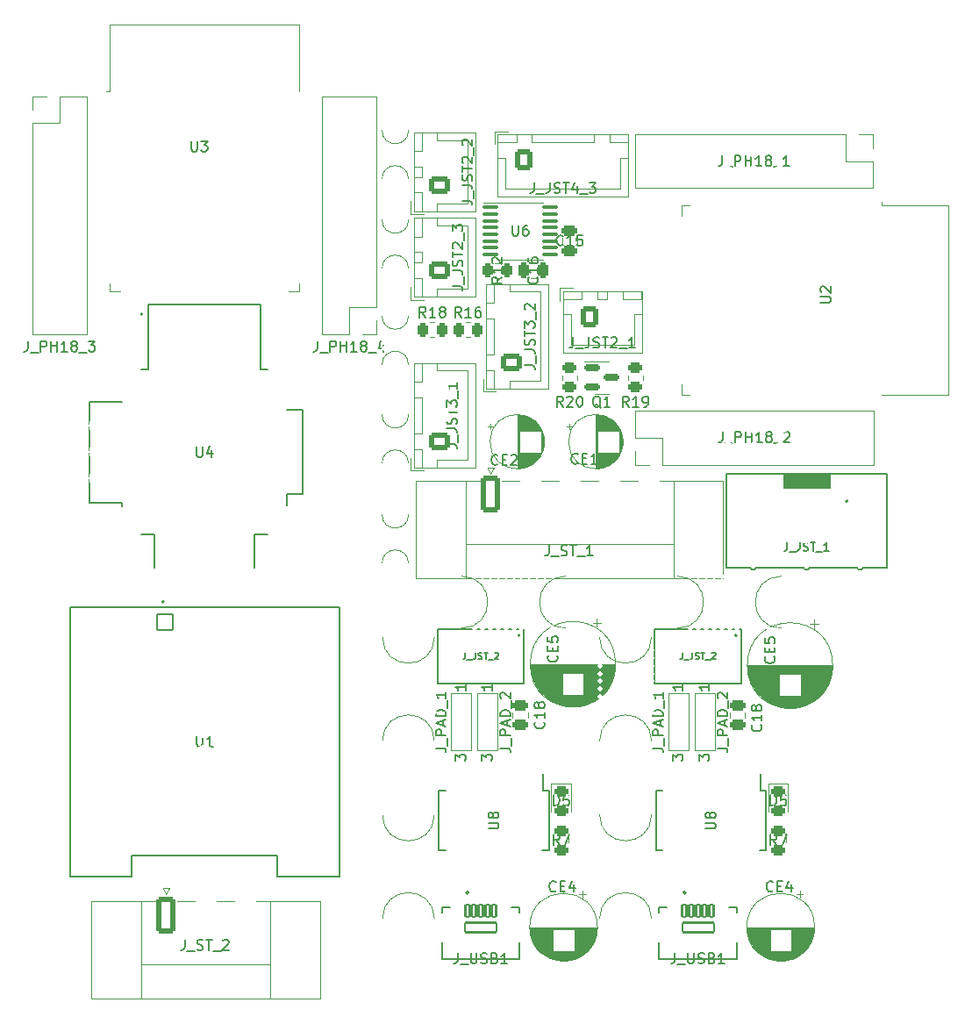
<source format=gbr>
G04 #@! TF.GenerationSoftware,KiCad,Pcbnew,6.0.11+dfsg-1*
G04 #@! TF.CreationDate,2024-10-22T12:29:11+02:00*
G04 #@! TF.ProjectId,kaarten_shieter,6b616172-7465-46e5-9f73-686965746572,rev?*
G04 #@! TF.SameCoordinates,Original*
G04 #@! TF.FileFunction,Legend,Top*
G04 #@! TF.FilePolarity,Positive*
%FSLAX46Y46*%
G04 Gerber Fmt 4.6, Leading zero omitted, Abs format (unit mm)*
G04 Created by KiCad (PCBNEW 6.0.11+dfsg-1) date 2024-10-22 12:29:11*
%MOMM*%
%LPD*%
G01*
G04 APERTURE LIST*
G04 Aperture macros list*
%AMRoundRect*
0 Rectangle with rounded corners*
0 $1 Rounding radius*
0 $2 $3 $4 $5 $6 $7 $8 $9 X,Y pos of 4 corners*
0 Add a 4 corners polygon primitive as box body*
4,1,4,$2,$3,$4,$5,$6,$7,$8,$9,$2,$3,0*
0 Add four circle primitives for the rounded corners*
1,1,$1+$1,$2,$3*
1,1,$1+$1,$4,$5*
1,1,$1+$1,$6,$7*
1,1,$1+$1,$8,$9*
0 Add four rect primitives between the rounded corners*
20,1,$1+$1,$2,$3,$4,$5,0*
20,1,$1+$1,$4,$5,$6,$7,0*
20,1,$1+$1,$6,$7,$8,$9,0*
20,1,$1+$1,$8,$9,$2,$3,0*%
%AMFreePoly0*
4,1,6,1.000000,0.000000,0.500000,-0.750000,-0.500000,-0.750000,-0.500000,0.750000,0.500000,0.750000,1.000000,0.000000,1.000000,0.000000,$1*%
G04 Aperture macros list end*
%ADD10C,0.150000*%
%ADD11C,0.120000*%
%ADD12C,0.100000*%
%ADD13C,0.127000*%
%ADD14C,0.200000*%
%ADD15C,0.010000*%
%ADD16R,1.700000X1.700000*%
%ADD17O,1.700000X1.700000*%
%ADD18C,0.500000*%
%ADD19R,1.600000X1.600000*%
%ADD20C,1.600000*%
%ADD21R,0.900000X1.500000*%
%ADD22R,1.500000X0.900000*%
%ADD23C,0.475000*%
%ADD24R,4.200000X4.200000*%
%ADD25RoundRect,0.250000X0.450000X-0.262500X0.450000X0.262500X-0.450000X0.262500X-0.450000X-0.262500X0*%
%ADD26RoundRect,0.250000X-0.650000X-1.550000X0.650000X-1.550000X0.650000X1.550000X-0.650000X1.550000X0*%
%ADD27O,1.800000X3.600000*%
%ADD28C,1.982000*%
%ADD29C,2.490000*%
%ADD30C,1.734000*%
%ADD31RoundRect,0.243750X-0.456250X0.243750X-0.456250X-0.243750X0.456250X-0.243750X0.456250X0.243750X0*%
%ADD32RoundRect,0.102000X-0.754000X-0.754000X0.754000X-0.754000X0.754000X0.754000X-0.754000X0.754000X0*%
%ADD33C,1.712000*%
%ADD34C,3.204000*%
%ADD35RoundRect,0.250000X-0.600000X-0.725000X0.600000X-0.725000X0.600000X0.725000X-0.600000X0.725000X0*%
%ADD36O,1.700000X1.950000*%
%ADD37R,0.450000X1.750000*%
%ADD38RoundRect,0.250000X0.725000X-0.600000X0.725000X0.600000X-0.725000X0.600000X-0.725000X-0.600000X0*%
%ADD39O,1.950000X1.700000*%
%ADD40RoundRect,0.100000X-0.637500X-0.100000X0.637500X-0.100000X0.637500X0.100000X-0.637500X0.100000X0*%
%ADD41RoundRect,0.250000X-0.262500X-0.450000X0.262500X-0.450000X0.262500X0.450000X-0.262500X0.450000X0*%
%ADD42RoundRect,0.102000X0.200000X-0.600000X0.200000X0.600000X-0.200000X0.600000X-0.200000X-0.600000X0*%
%ADD43O,1.404000X2.604000*%
%ADD44O,1.254000X2.304000*%
%ADD45RoundRect,0.102000X1.500000X-0.450000X1.500000X0.450000X-1.500000X0.450000X-1.500000X-0.450000X0*%
%ADD46RoundRect,0.250000X-0.450000X0.262500X-0.450000X-0.262500X0.450000X-0.262500X0.450000X0.262500X0*%
%ADD47RoundRect,0.250000X0.475000X-0.250000X0.475000X0.250000X-0.475000X0.250000X-0.475000X-0.250000X0*%
%ADD48RoundRect,0.250000X-0.250000X-0.475000X0.250000X-0.475000X0.250000X0.475000X-0.250000X0.475000X0*%
%ADD49RoundRect,0.250000X-0.600000X-0.750000X0.600000X-0.750000X0.600000X0.750000X-0.600000X0.750000X0*%
%ADD50O,1.700000X2.000000*%
%ADD51RoundRect,0.150000X-0.587500X-0.150000X0.587500X-0.150000X0.587500X0.150000X-0.587500X0.150000X0*%
%ADD52RoundRect,0.250000X0.750000X-0.600000X0.750000X0.600000X-0.750000X0.600000X-0.750000X-0.600000X0*%
%ADD53O,2.000000X1.700000*%
%ADD54R,1.500000X1.500000*%
%ADD55FreePoly0,270.000000*%
%ADD56FreePoly0,90.000000*%
%ADD57RoundRect,0.250000X-0.475000X0.250000X-0.475000X-0.250000X0.475000X-0.250000X0.475000X0.250000X0*%
%ADD58C,1.854000*%
G04 APERTURE END LIST*
D10*
X98219571Y-42507630D02*
X98219571Y-43221916D01*
X98171952Y-43364773D01*
X98076714Y-43460011D01*
X97933857Y-43507630D01*
X97838619Y-43507630D01*
X98457666Y-43602869D02*
X99219571Y-43602869D01*
X99457666Y-43507630D02*
X99457666Y-42507630D01*
X99838619Y-42507630D01*
X99933857Y-42555250D01*
X99981476Y-42602869D01*
X100029095Y-42698107D01*
X100029095Y-42840964D01*
X99981476Y-42936202D01*
X99933857Y-42983821D01*
X99838619Y-43031440D01*
X99457666Y-43031440D01*
X100457666Y-43507630D02*
X100457666Y-42507630D01*
X100457666Y-42983821D02*
X101029095Y-42983821D01*
X101029095Y-43507630D02*
X101029095Y-42507630D01*
X102029095Y-43507630D02*
X101457666Y-43507630D01*
X101743380Y-43507630D02*
X101743380Y-42507630D01*
X101648142Y-42650488D01*
X101552904Y-42745726D01*
X101457666Y-42793345D01*
X102600523Y-42936202D02*
X102505285Y-42888583D01*
X102457666Y-42840964D01*
X102410047Y-42745726D01*
X102410047Y-42698107D01*
X102457666Y-42602869D01*
X102505285Y-42555250D01*
X102600523Y-42507630D01*
X102791000Y-42507630D01*
X102886238Y-42555250D01*
X102933857Y-42602869D01*
X102981476Y-42698107D01*
X102981476Y-42745726D01*
X102933857Y-42840964D01*
X102886238Y-42888583D01*
X102791000Y-42936202D01*
X102600523Y-42936202D01*
X102505285Y-42983821D01*
X102457666Y-43031440D01*
X102410047Y-43126678D01*
X102410047Y-43317154D01*
X102457666Y-43412392D01*
X102505285Y-43460011D01*
X102600523Y-43507630D01*
X102791000Y-43507630D01*
X102886238Y-43460011D01*
X102933857Y-43412392D01*
X102981476Y-43317154D01*
X102981476Y-43126678D01*
X102933857Y-43031440D01*
X102886238Y-42983821D01*
X102791000Y-42936202D01*
X103171952Y-43602869D02*
X103933857Y-43602869D01*
X104695761Y-43507630D02*
X104124333Y-43507630D01*
X104410047Y-43507630D02*
X104410047Y-42507630D01*
X104314809Y-42650488D01*
X104219571Y-42745726D01*
X104124333Y-42793345D01*
X82272142Y-90738141D02*
X82319761Y-90785760D01*
X82367380Y-90928617D01*
X82367380Y-91023855D01*
X82319761Y-91166713D01*
X82224523Y-91261951D01*
X82129285Y-91309570D01*
X81938809Y-91357189D01*
X81795952Y-91357189D01*
X81605476Y-91309570D01*
X81510238Y-91261951D01*
X81415000Y-91166713D01*
X81367380Y-91023855D01*
X81367380Y-90928617D01*
X81415000Y-90785760D01*
X81462619Y-90738141D01*
X81843571Y-90309570D02*
X81843571Y-89976236D01*
X82367380Y-89833379D02*
X82367380Y-90309570D01*
X81367380Y-90309570D01*
X81367380Y-89833379D01*
X81367380Y-88928617D02*
X81367380Y-89404808D01*
X81843571Y-89452427D01*
X81795952Y-89404808D01*
X81748333Y-89309570D01*
X81748333Y-89071474D01*
X81795952Y-88976236D01*
X81843571Y-88928617D01*
X81938809Y-88880998D01*
X82176904Y-88880998D01*
X82272142Y-88928617D01*
X82319761Y-88976236D01*
X82367380Y-89071474D01*
X82367380Y-89309570D01*
X82319761Y-89404808D01*
X82272142Y-89452427D01*
X107697380Y-56689154D02*
X108506904Y-56689154D01*
X108602142Y-56641535D01*
X108649761Y-56593916D01*
X108697380Y-56498678D01*
X108697380Y-56308202D01*
X108649761Y-56212964D01*
X108602142Y-56165345D01*
X108506904Y-56117726D01*
X107697380Y-56117726D01*
X107792619Y-55689154D02*
X107745000Y-55641535D01*
X107697380Y-55546297D01*
X107697380Y-55308202D01*
X107745000Y-55212964D01*
X107792619Y-55165345D01*
X107887857Y-55117726D01*
X107983095Y-55117726D01*
X108125952Y-55165345D01*
X108697380Y-55736773D01*
X108697380Y-55117726D01*
X82518573Y-109037380D02*
X82185240Y-108561190D01*
X81947144Y-109037380D02*
X81947144Y-108037380D01*
X82328097Y-108037380D01*
X82423335Y-108085000D01*
X82470954Y-108132619D01*
X82518573Y-108227857D01*
X82518573Y-108370714D01*
X82470954Y-108465952D01*
X82423335Y-108513571D01*
X82328097Y-108561190D01*
X81947144Y-108561190D01*
X82851906Y-108037380D02*
X83518573Y-108037380D01*
X83090001Y-109037380D01*
X59158571Y-60412380D02*
X59158571Y-61126666D01*
X59110952Y-61269523D01*
X59015714Y-61364761D01*
X58872857Y-61412380D01*
X58777619Y-61412380D01*
X59396666Y-61507619D02*
X60158571Y-61507619D01*
X60396666Y-61412380D02*
X60396666Y-60412380D01*
X60777619Y-60412380D01*
X60872857Y-60460000D01*
X60920476Y-60507619D01*
X60968095Y-60602857D01*
X60968095Y-60745714D01*
X60920476Y-60840952D01*
X60872857Y-60888571D01*
X60777619Y-60936190D01*
X60396666Y-60936190D01*
X61396666Y-61412380D02*
X61396666Y-60412380D01*
X61396666Y-60888571D02*
X61968095Y-60888571D01*
X61968095Y-61412380D02*
X61968095Y-60412380D01*
X62968095Y-61412380D02*
X62396666Y-61412380D01*
X62682380Y-61412380D02*
X62682380Y-60412380D01*
X62587142Y-60555238D01*
X62491904Y-60650476D01*
X62396666Y-60698095D01*
X63539523Y-60840952D02*
X63444285Y-60793333D01*
X63396666Y-60745714D01*
X63349047Y-60650476D01*
X63349047Y-60602857D01*
X63396666Y-60507619D01*
X63444285Y-60460000D01*
X63539523Y-60412380D01*
X63730000Y-60412380D01*
X63825238Y-60460000D01*
X63872857Y-60507619D01*
X63920476Y-60602857D01*
X63920476Y-60650476D01*
X63872857Y-60745714D01*
X63825238Y-60793333D01*
X63730000Y-60840952D01*
X63539523Y-60840952D01*
X63444285Y-60888571D01*
X63396666Y-60936190D01*
X63349047Y-61031428D01*
X63349047Y-61221904D01*
X63396666Y-61317142D01*
X63444285Y-61364761D01*
X63539523Y-61412380D01*
X63730000Y-61412380D01*
X63825238Y-61364761D01*
X63872857Y-61317142D01*
X63920476Y-61221904D01*
X63920476Y-61031428D01*
X63872857Y-60936190D01*
X63825238Y-60888571D01*
X63730000Y-60840952D01*
X64110952Y-61507619D02*
X64872857Y-61507619D01*
X65539523Y-60745714D02*
X65539523Y-61412380D01*
X65301428Y-60364761D02*
X65063333Y-61079047D01*
X65682380Y-61079047D01*
X46362619Y-118159880D02*
X46362619Y-118874166D01*
X46315000Y-119017023D01*
X46219761Y-119112261D01*
X46076904Y-119159880D01*
X45981666Y-119159880D01*
X46600714Y-119255119D02*
X47362619Y-119255119D01*
X47553095Y-119112261D02*
X47695952Y-119159880D01*
X47934047Y-119159880D01*
X48029285Y-119112261D01*
X48076904Y-119064642D01*
X48124523Y-118969404D01*
X48124523Y-118874166D01*
X48076904Y-118778928D01*
X48029285Y-118731309D01*
X47934047Y-118683690D01*
X47743571Y-118636071D01*
X47648333Y-118588452D01*
X47600714Y-118540833D01*
X47553095Y-118445595D01*
X47553095Y-118350357D01*
X47600714Y-118255119D01*
X47648333Y-118207500D01*
X47743571Y-118159880D01*
X47981666Y-118159880D01*
X48124523Y-118207500D01*
X48410238Y-118159880D02*
X48981666Y-118159880D01*
X48695952Y-119159880D02*
X48695952Y-118159880D01*
X49076904Y-119255119D02*
X49838809Y-119255119D01*
X50029285Y-118255119D02*
X50076904Y-118207500D01*
X50172142Y-118159880D01*
X50410238Y-118159880D01*
X50505476Y-118207500D01*
X50553095Y-118255119D01*
X50600714Y-118350357D01*
X50600714Y-118445595D01*
X50553095Y-118588452D01*
X49981666Y-119159880D01*
X50600714Y-119159880D01*
X47498095Y-70590752D02*
X47498095Y-71400276D01*
X47545714Y-71495514D01*
X47593333Y-71543133D01*
X47688571Y-71590752D01*
X47879047Y-71590752D01*
X47974285Y-71543133D01*
X48021904Y-71495514D01*
X48069523Y-71400276D01*
X48069523Y-70590752D01*
X48974285Y-70924086D02*
X48974285Y-71590752D01*
X48736190Y-70543133D02*
X48498095Y-71257419D01*
X49117142Y-71257419D01*
X94391666Y-90454523D02*
X94391666Y-90911666D01*
X94361190Y-91003095D01*
X94300238Y-91064047D01*
X94208809Y-91094523D01*
X94147857Y-91094523D01*
X94544047Y-91155476D02*
X95031666Y-91155476D01*
X95366904Y-90454523D02*
X95366904Y-90911666D01*
X95336428Y-91003095D01*
X95275476Y-91064047D01*
X95184047Y-91094523D01*
X95123095Y-91094523D01*
X95641190Y-91064047D02*
X95732619Y-91094523D01*
X95885000Y-91094523D01*
X95945952Y-91064047D01*
X95976428Y-91033571D01*
X96006904Y-90972619D01*
X96006904Y-90911666D01*
X95976428Y-90850714D01*
X95945952Y-90820238D01*
X95885000Y-90789761D01*
X95763095Y-90759285D01*
X95702142Y-90728809D01*
X95671666Y-90698333D01*
X95641190Y-90637380D01*
X95641190Y-90576428D01*
X95671666Y-90515476D01*
X95702142Y-90485000D01*
X95763095Y-90454523D01*
X95915476Y-90454523D01*
X96006904Y-90485000D01*
X96189761Y-90454523D02*
X96555476Y-90454523D01*
X96372619Y-91094523D02*
X96372619Y-90454523D01*
X96616428Y-91155476D02*
X97104047Y-91155476D01*
X97225952Y-90515476D02*
X97256428Y-90485000D01*
X97317380Y-90454523D01*
X97469761Y-90454523D01*
X97530714Y-90485000D01*
X97561190Y-90515476D01*
X97591666Y-90576428D01*
X97591666Y-90637380D01*
X97561190Y-90728809D01*
X97195476Y-91094523D01*
X97591666Y-91094523D01*
X81947144Y-105227380D02*
X81947144Y-104227380D01*
X82185240Y-104227380D01*
X82328097Y-104275000D01*
X82423335Y-104370238D01*
X82470954Y-104465476D01*
X82518573Y-104655952D01*
X82518573Y-104798809D01*
X82470954Y-104989285D01*
X82423335Y-105084523D01*
X82328097Y-105179761D01*
X82185240Y-105227380D01*
X81947144Y-105227380D01*
X83423335Y-104227380D02*
X82947144Y-104227380D01*
X82899525Y-104703571D01*
X82947144Y-104655952D01*
X83042382Y-104608333D01*
X83280478Y-104608333D01*
X83375716Y-104655952D01*
X83423335Y-104703571D01*
X83470954Y-104798809D01*
X83470954Y-105036904D01*
X83423335Y-105132142D01*
X83375716Y-105179761D01*
X83280478Y-105227380D01*
X83042382Y-105227380D01*
X82947144Y-105179761D01*
X82899525Y-105132142D01*
X76571952Y-72252642D02*
X76524333Y-72300261D01*
X76381476Y-72347880D01*
X76286238Y-72347880D01*
X76143380Y-72300261D01*
X76048142Y-72205023D01*
X76000523Y-72109785D01*
X75952904Y-71919309D01*
X75952904Y-71776452D01*
X76000523Y-71585976D01*
X76048142Y-71490738D01*
X76143380Y-71395500D01*
X76286238Y-71347880D01*
X76381476Y-71347880D01*
X76524333Y-71395500D01*
X76571952Y-71443119D01*
X77000523Y-71824071D02*
X77333857Y-71824071D01*
X77476714Y-72347880D02*
X77000523Y-72347880D01*
X77000523Y-71347880D01*
X77476714Y-71347880D01*
X77857666Y-71443119D02*
X77905285Y-71395500D01*
X78000523Y-71347880D01*
X78238619Y-71347880D01*
X78333857Y-71395500D01*
X78381476Y-71443119D01*
X78429095Y-71538357D01*
X78429095Y-71633595D01*
X78381476Y-71776452D01*
X77810047Y-72347880D01*
X78429095Y-72347880D01*
X47498095Y-98512380D02*
X47498095Y-99321904D01*
X47545714Y-99417142D01*
X47593333Y-99464761D01*
X47688571Y-99512380D01*
X47879047Y-99512380D01*
X47974285Y-99464761D01*
X48021904Y-99417142D01*
X48069523Y-99321904D01*
X48069523Y-98512380D01*
X49069523Y-99512380D02*
X48498095Y-99512380D01*
X48783809Y-99512380D02*
X48783809Y-98512380D01*
X48688571Y-98655238D01*
X48593333Y-98750476D01*
X48498095Y-98798095D01*
X89208142Y-66746380D02*
X88874809Y-66270190D01*
X88636714Y-66746380D02*
X88636714Y-65746380D01*
X89017666Y-65746380D01*
X89112904Y-65794000D01*
X89160523Y-65841619D01*
X89208142Y-65936857D01*
X89208142Y-66079714D01*
X89160523Y-66174952D01*
X89112904Y-66222571D01*
X89017666Y-66270190D01*
X88636714Y-66270190D01*
X90160523Y-66746380D02*
X89589095Y-66746380D01*
X89874809Y-66746380D02*
X89874809Y-65746380D01*
X89779571Y-65889238D01*
X89684333Y-65984476D01*
X89589095Y-66032095D01*
X90636714Y-66746380D02*
X90827190Y-66746380D01*
X90922428Y-66698761D01*
X90970047Y-66651142D01*
X91065285Y-66508285D01*
X91112904Y-66317809D01*
X91112904Y-65936857D01*
X91065285Y-65841619D01*
X91017666Y-65794000D01*
X90922428Y-65746380D01*
X90731952Y-65746380D01*
X90636714Y-65794000D01*
X90589095Y-65841619D01*
X90541476Y-65936857D01*
X90541476Y-66174952D01*
X90589095Y-66270190D01*
X90636714Y-66317809D01*
X90731952Y-66365428D01*
X90922428Y-66365428D01*
X91017666Y-66317809D01*
X91065285Y-66270190D01*
X91112904Y-66174952D01*
X73436666Y-90454523D02*
X73436666Y-90911666D01*
X73406190Y-91003095D01*
X73345238Y-91064047D01*
X73253809Y-91094523D01*
X73192857Y-91094523D01*
X73589047Y-91155476D02*
X74076666Y-91155476D01*
X74411904Y-90454523D02*
X74411904Y-90911666D01*
X74381428Y-91003095D01*
X74320476Y-91064047D01*
X74229047Y-91094523D01*
X74168095Y-91094523D01*
X74686190Y-91064047D02*
X74777619Y-91094523D01*
X74930000Y-91094523D01*
X74990952Y-91064047D01*
X75021428Y-91033571D01*
X75051904Y-90972619D01*
X75051904Y-90911666D01*
X75021428Y-90850714D01*
X74990952Y-90820238D01*
X74930000Y-90789761D01*
X74808095Y-90759285D01*
X74747142Y-90728809D01*
X74716666Y-90698333D01*
X74686190Y-90637380D01*
X74686190Y-90576428D01*
X74716666Y-90515476D01*
X74747142Y-90485000D01*
X74808095Y-90454523D01*
X74960476Y-90454523D01*
X75051904Y-90485000D01*
X75234761Y-90454523D02*
X75600476Y-90454523D01*
X75417619Y-91094523D02*
X75417619Y-90454523D01*
X75661428Y-91155476D02*
X76149047Y-91155476D01*
X76270952Y-90515476D02*
X76301428Y-90485000D01*
X76362380Y-90454523D01*
X76514761Y-90454523D01*
X76575714Y-90485000D01*
X76606190Y-90515476D01*
X76636666Y-90576428D01*
X76636666Y-90637380D01*
X76606190Y-90728809D01*
X76240476Y-91094523D01*
X76636666Y-91094523D01*
X80056476Y-45111380D02*
X80056476Y-45825666D01*
X80008857Y-45968523D01*
X79913619Y-46063761D01*
X79770761Y-46111380D01*
X79675523Y-46111380D01*
X80294571Y-46206619D02*
X81056476Y-46206619D01*
X81580285Y-45111380D02*
X81580285Y-45825666D01*
X81532666Y-45968523D01*
X81437428Y-46063761D01*
X81294571Y-46111380D01*
X81199333Y-46111380D01*
X82008857Y-46063761D02*
X82151714Y-46111380D01*
X82389809Y-46111380D01*
X82485047Y-46063761D01*
X82532666Y-46016142D01*
X82580285Y-45920904D01*
X82580285Y-45825666D01*
X82532666Y-45730428D01*
X82485047Y-45682809D01*
X82389809Y-45635190D01*
X82199333Y-45587571D01*
X82104095Y-45539952D01*
X82056476Y-45492333D01*
X82008857Y-45397095D01*
X82008857Y-45301857D01*
X82056476Y-45206619D01*
X82104095Y-45159000D01*
X82199333Y-45111380D01*
X82437428Y-45111380D01*
X82580285Y-45159000D01*
X82866000Y-45111380D02*
X83437428Y-45111380D01*
X83151714Y-46111380D02*
X83151714Y-45111380D01*
X84199333Y-45444714D02*
X84199333Y-46111380D01*
X83961238Y-45063761D02*
X83723142Y-45778047D01*
X84342190Y-45778047D01*
X84485047Y-46206619D02*
X85246952Y-46206619D01*
X85389809Y-45111380D02*
X86008857Y-45111380D01*
X85675523Y-45492333D01*
X85818380Y-45492333D01*
X85913619Y-45539952D01*
X85961238Y-45587571D01*
X86008857Y-45682809D01*
X86008857Y-45920904D01*
X85961238Y-46016142D01*
X85913619Y-46063761D01*
X85818380Y-46111380D01*
X85532666Y-46111380D01*
X85437428Y-46063761D01*
X85389809Y-46016142D01*
X96607380Y-107441904D02*
X97416904Y-107441904D01*
X97512142Y-107394285D01*
X97559761Y-107346666D01*
X97607380Y-107251428D01*
X97607380Y-107060952D01*
X97559761Y-106965714D01*
X97512142Y-106918095D01*
X97416904Y-106870476D01*
X96607380Y-106870476D01*
X97035952Y-106251428D02*
X96988333Y-106346666D01*
X96940714Y-106394285D01*
X96845476Y-106441904D01*
X96797857Y-106441904D01*
X96702619Y-106394285D01*
X96655000Y-106346666D01*
X96607380Y-106251428D01*
X96607380Y-106060952D01*
X96655000Y-105965714D01*
X96702619Y-105918095D01*
X96797857Y-105870476D01*
X96845476Y-105870476D01*
X96940714Y-105918095D01*
X96988333Y-105965714D01*
X97035952Y-106060952D01*
X97035952Y-106251428D01*
X97083571Y-106346666D01*
X97131190Y-106394285D01*
X97226428Y-106441904D01*
X97416904Y-106441904D01*
X97512142Y-106394285D01*
X97559761Y-106346666D01*
X97607380Y-106251428D01*
X97607380Y-106060952D01*
X97559761Y-105965714D01*
X97512142Y-105918095D01*
X97416904Y-105870476D01*
X97226428Y-105870476D01*
X97131190Y-105918095D01*
X97083571Y-105965714D01*
X97035952Y-106060952D01*
X79143380Y-62753523D02*
X79857666Y-62753523D01*
X80000523Y-62801142D01*
X80095761Y-62896380D01*
X80143380Y-63039238D01*
X80143380Y-63134476D01*
X80238619Y-62515428D02*
X80238619Y-61753523D01*
X79143380Y-61229714D02*
X79857666Y-61229714D01*
X80000523Y-61277333D01*
X80095761Y-61372571D01*
X80143380Y-61515428D01*
X80143380Y-61610666D01*
X80095761Y-60801142D02*
X80143380Y-60658285D01*
X80143380Y-60420190D01*
X80095761Y-60324952D01*
X80048142Y-60277333D01*
X79952904Y-60229714D01*
X79857666Y-60229714D01*
X79762428Y-60277333D01*
X79714809Y-60324952D01*
X79667190Y-60420190D01*
X79619571Y-60610666D01*
X79571952Y-60705904D01*
X79524333Y-60753523D01*
X79429095Y-60801142D01*
X79333857Y-60801142D01*
X79238619Y-60753523D01*
X79191000Y-60705904D01*
X79143380Y-60610666D01*
X79143380Y-60372571D01*
X79191000Y-60229714D01*
X79143380Y-59944000D02*
X79143380Y-59372571D01*
X80143380Y-59658285D02*
X79143380Y-59658285D01*
X79143380Y-59134476D02*
X79143380Y-58515428D01*
X79524333Y-58848761D01*
X79524333Y-58705904D01*
X79571952Y-58610666D01*
X79619571Y-58563047D01*
X79714809Y-58515428D01*
X79952904Y-58515428D01*
X80048142Y-58563047D01*
X80095761Y-58610666D01*
X80143380Y-58705904D01*
X80143380Y-58991619D01*
X80095761Y-59086857D01*
X80048142Y-59134476D01*
X80238619Y-58324952D02*
X80238619Y-57563047D01*
X79238619Y-57372571D02*
X79191000Y-57324952D01*
X79143380Y-57229714D01*
X79143380Y-56991619D01*
X79191000Y-56896380D01*
X79238619Y-56848761D01*
X79333857Y-56801142D01*
X79429095Y-56801142D01*
X79571952Y-56848761D01*
X80143380Y-57420190D01*
X80143380Y-56801142D01*
X77978095Y-49236380D02*
X77978095Y-50045904D01*
X78025714Y-50141142D01*
X78073333Y-50188761D01*
X78168571Y-50236380D01*
X78359047Y-50236380D01*
X78454285Y-50188761D01*
X78501904Y-50141142D01*
X78549523Y-50045904D01*
X78549523Y-49236380D01*
X79454285Y-49236380D02*
X79263809Y-49236380D01*
X79168571Y-49284000D01*
X79120952Y-49331619D01*
X79025714Y-49474476D01*
X78978095Y-49664952D01*
X78978095Y-50045904D01*
X79025714Y-50141142D01*
X79073333Y-50188761D01*
X79168571Y-50236380D01*
X79359047Y-50236380D01*
X79454285Y-50188761D01*
X79501904Y-50141142D01*
X79549523Y-50045904D01*
X79549523Y-49807809D01*
X79501904Y-49712571D01*
X79454285Y-49664952D01*
X79359047Y-49617333D01*
X79168571Y-49617333D01*
X79073333Y-49664952D01*
X79025714Y-49712571D01*
X78978095Y-49807809D01*
X102902144Y-105227380D02*
X102902144Y-104227380D01*
X103140240Y-104227380D01*
X103283097Y-104275000D01*
X103378335Y-104370238D01*
X103425954Y-104465476D01*
X103473573Y-104655952D01*
X103473573Y-104798809D01*
X103425954Y-104989285D01*
X103378335Y-105084523D01*
X103283097Y-105179761D01*
X103140240Y-105227380D01*
X102902144Y-105227380D01*
X104378335Y-104227380D02*
X103902144Y-104227380D01*
X103854525Y-104703571D01*
X103902144Y-104655952D01*
X103997382Y-104608333D01*
X104235478Y-104608333D01*
X104330716Y-104655952D01*
X104378335Y-104703571D01*
X104425954Y-104798809D01*
X104425954Y-105036904D01*
X104378335Y-105132142D01*
X104330716Y-105179761D01*
X104235478Y-105227380D01*
X103997382Y-105227380D01*
X103902144Y-105179761D01*
X103854525Y-105132142D01*
X73055642Y-58111380D02*
X72722309Y-57635190D01*
X72484214Y-58111380D02*
X72484214Y-57111380D01*
X72865166Y-57111380D01*
X72960404Y-57159000D01*
X73008023Y-57206619D01*
X73055642Y-57301857D01*
X73055642Y-57444714D01*
X73008023Y-57539952D01*
X72960404Y-57587571D01*
X72865166Y-57635190D01*
X72484214Y-57635190D01*
X74008023Y-58111380D02*
X73436595Y-58111380D01*
X73722309Y-58111380D02*
X73722309Y-57111380D01*
X73627071Y-57254238D01*
X73531833Y-57349476D01*
X73436595Y-57397095D01*
X74865166Y-57111380D02*
X74674690Y-57111380D01*
X74579452Y-57159000D01*
X74531833Y-57206619D01*
X74436595Y-57349476D01*
X74388976Y-57539952D01*
X74388976Y-57920904D01*
X74436595Y-58016142D01*
X74484214Y-58063761D01*
X74579452Y-58111380D01*
X74769928Y-58111380D01*
X74865166Y-58063761D01*
X74912785Y-58016142D01*
X74960404Y-57920904D01*
X74960404Y-57682809D01*
X74912785Y-57587571D01*
X74865166Y-57539952D01*
X74769928Y-57492333D01*
X74579452Y-57492333D01*
X74484214Y-57539952D01*
X74436595Y-57587571D01*
X74388976Y-57682809D01*
X103227142Y-90858141D02*
X103274761Y-90905760D01*
X103322380Y-91048617D01*
X103322380Y-91143855D01*
X103274761Y-91286713D01*
X103179523Y-91381951D01*
X103084285Y-91429570D01*
X102893809Y-91477189D01*
X102750952Y-91477189D01*
X102560476Y-91429570D01*
X102465238Y-91381951D01*
X102370000Y-91286713D01*
X102322380Y-91143855D01*
X102322380Y-91048617D01*
X102370000Y-90905760D01*
X102417619Y-90858141D01*
X102798571Y-90429570D02*
X102798571Y-90096236D01*
X103322380Y-89953379D02*
X103322380Y-90429570D01*
X102322380Y-90429570D01*
X102322380Y-89953379D01*
X102322380Y-89048617D02*
X102322380Y-89524808D01*
X102798571Y-89572427D01*
X102750952Y-89524808D01*
X102703333Y-89429570D01*
X102703333Y-89191474D01*
X102750952Y-89096236D01*
X102798571Y-89048617D01*
X102893809Y-89000998D01*
X103131904Y-89000998D01*
X103227142Y-89048617D01*
X103274761Y-89096236D01*
X103322380Y-89191474D01*
X103322380Y-89429570D01*
X103274761Y-89524808D01*
X103227142Y-89572427D01*
X93670052Y-119461467D02*
X93670052Y-120175966D01*
X93622418Y-120318866D01*
X93527152Y-120414132D01*
X93384252Y-120461766D01*
X93288985Y-120461766D01*
X93908218Y-120557032D02*
X94670351Y-120557032D01*
X94908517Y-119461467D02*
X94908517Y-120271233D01*
X94956150Y-120366499D01*
X95003784Y-120414132D01*
X95099050Y-120461766D01*
X95289583Y-120461766D01*
X95384850Y-120414132D01*
X95432483Y-120366499D01*
X95480117Y-120271233D01*
X95480117Y-119461467D01*
X95908816Y-120414132D02*
X96051716Y-120461766D01*
X96289882Y-120461766D01*
X96385149Y-120414132D01*
X96432782Y-120366499D01*
X96480416Y-120271233D01*
X96480416Y-120175966D01*
X96432782Y-120080699D01*
X96385149Y-120033066D01*
X96289882Y-119985433D01*
X96099349Y-119937800D01*
X96004083Y-119890166D01*
X95956449Y-119842533D01*
X95908816Y-119747266D01*
X95908816Y-119652000D01*
X95956449Y-119556733D01*
X96004083Y-119509100D01*
X96099349Y-119461467D01*
X96337516Y-119461467D01*
X96480416Y-119509100D01*
X97242548Y-119937800D02*
X97385448Y-119985433D01*
X97433081Y-120033066D01*
X97480715Y-120128333D01*
X97480715Y-120271233D01*
X97433081Y-120366499D01*
X97385448Y-120414132D01*
X97290181Y-120461766D01*
X96909115Y-120461766D01*
X96909115Y-119461467D01*
X97242548Y-119461467D01*
X97337815Y-119509100D01*
X97385448Y-119556733D01*
X97433081Y-119652000D01*
X97433081Y-119747266D01*
X97385448Y-119842533D01*
X97337815Y-119890166D01*
X97242548Y-119937800D01*
X96909115Y-119937800D01*
X98433380Y-120461766D02*
X97861781Y-120461766D01*
X98147581Y-120461766D02*
X98147581Y-119461467D01*
X98052314Y-119604367D01*
X97957047Y-119699633D01*
X97861781Y-119747266D01*
X82858142Y-66746380D02*
X82524809Y-66270190D01*
X82286714Y-66746380D02*
X82286714Y-65746380D01*
X82667666Y-65746380D01*
X82762904Y-65794000D01*
X82810523Y-65841619D01*
X82858142Y-65936857D01*
X82858142Y-66079714D01*
X82810523Y-66174952D01*
X82762904Y-66222571D01*
X82667666Y-66270190D01*
X82286714Y-66270190D01*
X83239095Y-65841619D02*
X83286714Y-65794000D01*
X83381952Y-65746380D01*
X83620047Y-65746380D01*
X83715285Y-65794000D01*
X83762904Y-65841619D01*
X83810523Y-65936857D01*
X83810523Y-66032095D01*
X83762904Y-66174952D01*
X83191476Y-66746380D01*
X83810523Y-66746380D01*
X84429571Y-65746380D02*
X84524809Y-65746380D01*
X84620047Y-65794000D01*
X84667666Y-65841619D01*
X84715285Y-65936857D01*
X84762904Y-66127333D01*
X84762904Y-66365428D01*
X84715285Y-66555904D01*
X84667666Y-66651142D01*
X84620047Y-66698761D01*
X84524809Y-66746380D01*
X84429571Y-66746380D01*
X84334333Y-66698761D01*
X84286714Y-66651142D01*
X84239095Y-66555904D01*
X84191476Y-66365428D01*
X84191476Y-66127333D01*
X84239095Y-65936857D01*
X84286714Y-65841619D01*
X84334333Y-65794000D01*
X84429571Y-65746380D01*
X81002142Y-97162857D02*
X81049761Y-97210476D01*
X81097380Y-97353333D01*
X81097380Y-97448571D01*
X81049761Y-97591428D01*
X80954523Y-97686666D01*
X80859285Y-97734285D01*
X80668809Y-97781904D01*
X80525952Y-97781904D01*
X80335476Y-97734285D01*
X80240238Y-97686666D01*
X80145000Y-97591428D01*
X80097380Y-97448571D01*
X80097380Y-97353333D01*
X80145000Y-97210476D01*
X80192619Y-97162857D01*
X81097380Y-96210476D02*
X81097380Y-96781904D01*
X81097380Y-96496190D02*
X80097380Y-96496190D01*
X80240238Y-96591428D01*
X80335476Y-96686666D01*
X80383095Y-96781904D01*
X80525952Y-95639047D02*
X80478333Y-95734285D01*
X80430714Y-95781904D01*
X80335476Y-95829523D01*
X80287857Y-95829523D01*
X80192619Y-95781904D01*
X80145000Y-95734285D01*
X80097380Y-95639047D01*
X80097380Y-95448571D01*
X80145000Y-95353333D01*
X80192619Y-95305714D01*
X80287857Y-95258095D01*
X80335476Y-95258095D01*
X80430714Y-95305714D01*
X80478333Y-95353333D01*
X80525952Y-95448571D01*
X80525952Y-95639047D01*
X80573571Y-95734285D01*
X80621190Y-95781904D01*
X80716428Y-95829523D01*
X80906904Y-95829523D01*
X81002142Y-95781904D01*
X81049761Y-95734285D01*
X81097380Y-95639047D01*
X81097380Y-95448571D01*
X81049761Y-95353333D01*
X81002142Y-95305714D01*
X80906904Y-95258095D01*
X80716428Y-95258095D01*
X80621190Y-95305714D01*
X80573571Y-95353333D01*
X80525952Y-95448571D01*
X76992380Y-54236857D02*
X76516190Y-54570190D01*
X76992380Y-54808285D02*
X75992380Y-54808285D01*
X75992380Y-54427333D01*
X76040000Y-54332095D01*
X76087619Y-54284476D01*
X76182857Y-54236857D01*
X76325714Y-54236857D01*
X76420952Y-54284476D01*
X76468571Y-54332095D01*
X76516190Y-54427333D01*
X76516190Y-54808285D01*
X76992380Y-53284476D02*
X76992380Y-53855904D01*
X76992380Y-53570190D02*
X75992380Y-53570190D01*
X76135238Y-53665428D01*
X76230476Y-53760666D01*
X76278095Y-53855904D01*
X76087619Y-52903523D02*
X76040000Y-52855904D01*
X75992380Y-52760666D01*
X75992380Y-52522571D01*
X76040000Y-52427333D01*
X76087619Y-52379714D01*
X76182857Y-52332095D01*
X76278095Y-52332095D01*
X76420952Y-52379714D01*
X76992380Y-52951142D01*
X76992380Y-52332095D01*
X103120712Y-113432022D02*
X103073093Y-113479641D01*
X102930236Y-113527260D01*
X102834998Y-113527260D01*
X102692140Y-113479641D01*
X102596902Y-113384403D01*
X102549283Y-113289165D01*
X102501664Y-113098689D01*
X102501664Y-112955832D01*
X102549283Y-112765356D01*
X102596902Y-112670118D01*
X102692140Y-112574880D01*
X102834998Y-112527260D01*
X102930236Y-112527260D01*
X103073093Y-112574880D01*
X103120712Y-112622499D01*
X103549283Y-113003451D02*
X103882617Y-113003451D01*
X104025474Y-113527260D02*
X103549283Y-113527260D01*
X103549283Y-112527260D01*
X104025474Y-112527260D01*
X104882617Y-112860594D02*
X104882617Y-113527260D01*
X104644521Y-112479641D02*
X104406426Y-113193927D01*
X105025474Y-113193927D01*
X80363142Y-54236857D02*
X80410761Y-54284476D01*
X80458380Y-54427333D01*
X80458380Y-54522571D01*
X80410761Y-54665428D01*
X80315523Y-54760666D01*
X80220285Y-54808285D01*
X80029809Y-54855904D01*
X79886952Y-54855904D01*
X79696476Y-54808285D01*
X79601238Y-54760666D01*
X79506000Y-54665428D01*
X79458380Y-54522571D01*
X79458380Y-54427333D01*
X79506000Y-54284476D01*
X79553619Y-54236857D01*
X80458380Y-53284476D02*
X80458380Y-53855904D01*
X80458380Y-53570190D02*
X79458380Y-53570190D01*
X79601238Y-53665428D01*
X79696476Y-53760666D01*
X79744095Y-53855904D01*
X79458380Y-52427333D02*
X79458380Y-52617809D01*
X79506000Y-52713047D01*
X79553619Y-52760666D01*
X79696476Y-52855904D01*
X79886952Y-52903523D01*
X80267904Y-52903523D01*
X80363142Y-52855904D01*
X80410761Y-52808285D01*
X80458380Y-52713047D01*
X80458380Y-52522571D01*
X80410761Y-52427333D01*
X80363142Y-52379714D01*
X80267904Y-52332095D01*
X80029809Y-52332095D01*
X79934571Y-52379714D01*
X79886952Y-52427333D01*
X79839333Y-52522571D01*
X79839333Y-52713047D01*
X79886952Y-52808285D01*
X79934571Y-52855904D01*
X80029809Y-52903523D01*
X83846476Y-60031380D02*
X83846476Y-60745666D01*
X83798857Y-60888523D01*
X83703619Y-60983761D01*
X83560761Y-61031380D01*
X83465523Y-61031380D01*
X84084571Y-61126619D02*
X84846476Y-61126619D01*
X85370285Y-60031380D02*
X85370285Y-60745666D01*
X85322666Y-60888523D01*
X85227428Y-60983761D01*
X85084571Y-61031380D01*
X84989333Y-61031380D01*
X85798857Y-60983761D02*
X85941714Y-61031380D01*
X86179809Y-61031380D01*
X86275047Y-60983761D01*
X86322666Y-60936142D01*
X86370285Y-60840904D01*
X86370285Y-60745666D01*
X86322666Y-60650428D01*
X86275047Y-60602809D01*
X86179809Y-60555190D01*
X85989333Y-60507571D01*
X85894095Y-60459952D01*
X85846476Y-60412333D01*
X85798857Y-60317095D01*
X85798857Y-60221857D01*
X85846476Y-60126619D01*
X85894095Y-60079000D01*
X85989333Y-60031380D01*
X86227428Y-60031380D01*
X86370285Y-60079000D01*
X86656000Y-60031380D02*
X87227428Y-60031380D01*
X86941714Y-61031380D02*
X86941714Y-60031380D01*
X87513142Y-60126619D02*
X87560761Y-60079000D01*
X87656000Y-60031380D01*
X87894095Y-60031380D01*
X87989333Y-60079000D01*
X88036952Y-60126619D01*
X88084571Y-60221857D01*
X88084571Y-60317095D01*
X88036952Y-60459952D01*
X87465523Y-61031380D01*
X88084571Y-61031380D01*
X88275047Y-61126619D02*
X89036952Y-61126619D01*
X89798857Y-61031380D02*
X89227428Y-61031380D01*
X89513142Y-61031380D02*
X89513142Y-60031380D01*
X89417904Y-60174238D01*
X89322666Y-60269476D01*
X89227428Y-60317095D01*
X86500761Y-66841619D02*
X86405523Y-66794000D01*
X86310285Y-66698761D01*
X86167428Y-66555904D01*
X86072190Y-66508285D01*
X85976952Y-66508285D01*
X86024571Y-66746380D02*
X85929333Y-66698761D01*
X85834095Y-66603523D01*
X85786476Y-66413047D01*
X85786476Y-66079714D01*
X85834095Y-65889238D01*
X85929333Y-65794000D01*
X86024571Y-65746380D01*
X86215047Y-65746380D01*
X86310285Y-65794000D01*
X86405523Y-65889238D01*
X86453142Y-66079714D01*
X86453142Y-66413047D01*
X86405523Y-66603523D01*
X86310285Y-66698761D01*
X86215047Y-66746380D01*
X86024571Y-66746380D01*
X87405523Y-66746380D02*
X86834095Y-66746380D01*
X87119809Y-66746380D02*
X87119809Y-65746380D01*
X87024571Y-65889238D01*
X86929333Y-65984476D01*
X86834095Y-66032095D01*
X82165712Y-113432022D02*
X82118093Y-113479641D01*
X81975236Y-113527260D01*
X81879998Y-113527260D01*
X81737140Y-113479641D01*
X81641902Y-113384403D01*
X81594283Y-113289165D01*
X81546664Y-113098689D01*
X81546664Y-112955832D01*
X81594283Y-112765356D01*
X81641902Y-112670118D01*
X81737140Y-112574880D01*
X81879998Y-112527260D01*
X81975236Y-112527260D01*
X82118093Y-112574880D01*
X82165712Y-112622499D01*
X82594283Y-113003451D02*
X82927617Y-113003451D01*
X83070474Y-113527260D02*
X82594283Y-113527260D01*
X82594283Y-112527260D01*
X83070474Y-112527260D01*
X83927617Y-112860594D02*
X83927617Y-113527260D01*
X83689521Y-112479641D02*
X83451426Y-113193927D01*
X84070474Y-113193927D01*
X73113380Y-46878523D02*
X73827666Y-46878523D01*
X73970523Y-46926142D01*
X74065761Y-47021380D01*
X74113380Y-47164238D01*
X74113380Y-47259476D01*
X74208619Y-46640428D02*
X74208619Y-45878523D01*
X73113380Y-45354714D02*
X73827666Y-45354714D01*
X73970523Y-45402333D01*
X74065761Y-45497571D01*
X74113380Y-45640428D01*
X74113380Y-45735666D01*
X74065761Y-44926142D02*
X74113380Y-44783285D01*
X74113380Y-44545190D01*
X74065761Y-44449952D01*
X74018142Y-44402333D01*
X73922904Y-44354714D01*
X73827666Y-44354714D01*
X73732428Y-44402333D01*
X73684809Y-44449952D01*
X73637190Y-44545190D01*
X73589571Y-44735666D01*
X73541952Y-44830904D01*
X73494333Y-44878523D01*
X73399095Y-44926142D01*
X73303857Y-44926142D01*
X73208619Y-44878523D01*
X73161000Y-44830904D01*
X73113380Y-44735666D01*
X73113380Y-44497571D01*
X73161000Y-44354714D01*
X73113380Y-44069000D02*
X73113380Y-43497571D01*
X74113380Y-43783285D02*
X73113380Y-43783285D01*
X73208619Y-43211857D02*
X73161000Y-43164238D01*
X73113380Y-43069000D01*
X73113380Y-42830904D01*
X73161000Y-42735666D01*
X73208619Y-42688047D01*
X73303857Y-42640428D01*
X73399095Y-42640428D01*
X73541952Y-42688047D01*
X74113380Y-43259476D01*
X74113380Y-42640428D01*
X74208619Y-42449952D02*
X74208619Y-41688047D01*
X73208619Y-41497571D02*
X73161000Y-41449952D01*
X73113380Y-41354714D01*
X73113380Y-41116619D01*
X73161000Y-41021380D01*
X73208619Y-40973761D01*
X73303857Y-40926142D01*
X73399095Y-40926142D01*
X73541952Y-40973761D01*
X74113380Y-41545190D01*
X74113380Y-40926142D01*
X84291952Y-72160142D02*
X84244333Y-72207761D01*
X84101476Y-72255380D01*
X84006238Y-72255380D01*
X83863380Y-72207761D01*
X83768142Y-72112523D01*
X83720523Y-72017285D01*
X83672904Y-71826809D01*
X83672904Y-71683952D01*
X83720523Y-71493476D01*
X83768142Y-71398238D01*
X83863380Y-71303000D01*
X84006238Y-71255380D01*
X84101476Y-71255380D01*
X84244333Y-71303000D01*
X84291952Y-71350619D01*
X84720523Y-71731571D02*
X85053857Y-71731571D01*
X85196714Y-72255380D02*
X84720523Y-72255380D01*
X84720523Y-71255380D01*
X85196714Y-71255380D01*
X86149095Y-72255380D02*
X85577666Y-72255380D01*
X85863380Y-72255380D02*
X85863380Y-71255380D01*
X85768142Y-71398238D01*
X85672904Y-71493476D01*
X85577666Y-71541095D01*
X81493619Y-80108880D02*
X81493619Y-80823166D01*
X81446000Y-80966023D01*
X81350761Y-81061261D01*
X81207904Y-81108880D01*
X81112666Y-81108880D01*
X81731714Y-81204119D02*
X82493619Y-81204119D01*
X82684095Y-81061261D02*
X82826952Y-81108880D01*
X83065047Y-81108880D01*
X83160285Y-81061261D01*
X83207904Y-81013642D01*
X83255523Y-80918404D01*
X83255523Y-80823166D01*
X83207904Y-80727928D01*
X83160285Y-80680309D01*
X83065047Y-80632690D01*
X82874571Y-80585071D01*
X82779333Y-80537452D01*
X82731714Y-80489833D01*
X82684095Y-80394595D01*
X82684095Y-80299357D01*
X82731714Y-80204119D01*
X82779333Y-80156500D01*
X82874571Y-80108880D01*
X83112666Y-80108880D01*
X83255523Y-80156500D01*
X83541238Y-80108880D02*
X84112666Y-80108880D01*
X83826952Y-81108880D02*
X83826952Y-80108880D01*
X84207904Y-81204119D02*
X84969809Y-81204119D01*
X85731714Y-81108880D02*
X85160285Y-81108880D01*
X85446000Y-81108880D02*
X85446000Y-80108880D01*
X85350761Y-80251738D01*
X85255523Y-80346976D01*
X85160285Y-80394595D01*
X98259571Y-69172630D02*
X98259571Y-69886916D01*
X98211952Y-70029773D01*
X98116714Y-70125011D01*
X97973857Y-70172630D01*
X97878619Y-70172630D01*
X98497666Y-70267869D02*
X99259571Y-70267869D01*
X99497666Y-70172630D02*
X99497666Y-69172630D01*
X99878619Y-69172630D01*
X99973857Y-69220250D01*
X100021476Y-69267869D01*
X100069095Y-69363107D01*
X100069095Y-69505964D01*
X100021476Y-69601202D01*
X99973857Y-69648821D01*
X99878619Y-69696440D01*
X99497666Y-69696440D01*
X100497666Y-70172630D02*
X100497666Y-69172630D01*
X100497666Y-69648821D02*
X101069095Y-69648821D01*
X101069095Y-70172630D02*
X101069095Y-69172630D01*
X102069095Y-70172630D02*
X101497666Y-70172630D01*
X101783380Y-70172630D02*
X101783380Y-69172630D01*
X101688142Y-69315488D01*
X101592904Y-69410726D01*
X101497666Y-69458345D01*
X102640523Y-69601202D02*
X102545285Y-69553583D01*
X102497666Y-69505964D01*
X102450047Y-69410726D01*
X102450047Y-69363107D01*
X102497666Y-69267869D01*
X102545285Y-69220250D01*
X102640523Y-69172630D01*
X102831000Y-69172630D01*
X102926238Y-69220250D01*
X102973857Y-69267869D01*
X103021476Y-69363107D01*
X103021476Y-69410726D01*
X102973857Y-69505964D01*
X102926238Y-69553583D01*
X102831000Y-69601202D01*
X102640523Y-69601202D01*
X102545285Y-69648821D01*
X102497666Y-69696440D01*
X102450047Y-69791678D01*
X102450047Y-69982154D01*
X102497666Y-70077392D01*
X102545285Y-70125011D01*
X102640523Y-70172630D01*
X102831000Y-70172630D01*
X102926238Y-70125011D01*
X102973857Y-70077392D01*
X103021476Y-69982154D01*
X103021476Y-69791678D01*
X102973857Y-69696440D01*
X102926238Y-69648821D01*
X102831000Y-69601202D01*
X103211952Y-70267869D02*
X103973857Y-70267869D01*
X104164333Y-69267869D02*
X104211952Y-69220250D01*
X104307190Y-69172630D01*
X104545285Y-69172630D01*
X104640523Y-69220250D01*
X104688142Y-69267869D01*
X104735761Y-69363107D01*
X104735761Y-69458345D01*
X104688142Y-69601202D01*
X104116714Y-70172630D01*
X104735761Y-70172630D01*
X76792380Y-99678809D02*
X77506666Y-99678809D01*
X77649523Y-99726428D01*
X77744761Y-99821666D01*
X77792380Y-99964523D01*
X77792380Y-100059761D01*
X77887619Y-99440714D02*
X77887619Y-98678809D01*
X77792380Y-98440714D02*
X76792380Y-98440714D01*
X76792380Y-98059761D01*
X76840000Y-97964523D01*
X76887619Y-97916904D01*
X76982857Y-97869285D01*
X77125714Y-97869285D01*
X77220952Y-97916904D01*
X77268571Y-97964523D01*
X77316190Y-98059761D01*
X77316190Y-98440714D01*
X77506666Y-97488333D02*
X77506666Y-97012142D01*
X77792380Y-97583571D02*
X76792380Y-97250238D01*
X77792380Y-96916904D01*
X77792380Y-96583571D02*
X76792380Y-96583571D01*
X76792380Y-96345476D01*
X76840000Y-96202619D01*
X76935238Y-96107380D01*
X77030476Y-96059761D01*
X77220952Y-96012142D01*
X77363809Y-96012142D01*
X77554285Y-96059761D01*
X77649523Y-96107380D01*
X77744761Y-96202619D01*
X77792380Y-96345476D01*
X77792380Y-96583571D01*
X77887619Y-95821666D02*
X77887619Y-95059761D01*
X76887619Y-94869285D02*
X76840000Y-94821666D01*
X76792380Y-94726428D01*
X76792380Y-94488333D01*
X76840000Y-94393095D01*
X76887619Y-94345476D01*
X76982857Y-94297857D01*
X77078095Y-94297857D01*
X77220952Y-94345476D01*
X77792380Y-94916904D01*
X77792380Y-94297857D01*
X75017380Y-100888333D02*
X75017380Y-100269285D01*
X75398333Y-100602619D01*
X75398333Y-100459761D01*
X75445952Y-100364523D01*
X75493571Y-100316904D01*
X75588809Y-100269285D01*
X75826904Y-100269285D01*
X75922142Y-100316904D01*
X75969761Y-100364523D01*
X76017380Y-100459761D01*
X76017380Y-100745476D01*
X75969761Y-100840714D01*
X75922142Y-100888333D01*
X76017380Y-93519285D02*
X76017380Y-94090714D01*
X76017380Y-93805000D02*
X75017380Y-93805000D01*
X75160238Y-93900238D01*
X75255476Y-93995476D01*
X75303095Y-94090714D01*
X70572380Y-99678809D02*
X71286666Y-99678809D01*
X71429523Y-99726428D01*
X71524761Y-99821666D01*
X71572380Y-99964523D01*
X71572380Y-100059761D01*
X71667619Y-99440714D02*
X71667619Y-98678809D01*
X71572380Y-98440714D02*
X70572380Y-98440714D01*
X70572380Y-98059761D01*
X70620000Y-97964523D01*
X70667619Y-97916904D01*
X70762857Y-97869285D01*
X70905714Y-97869285D01*
X71000952Y-97916904D01*
X71048571Y-97964523D01*
X71096190Y-98059761D01*
X71096190Y-98440714D01*
X71286666Y-97488333D02*
X71286666Y-97012142D01*
X71572380Y-97583571D02*
X70572380Y-97250238D01*
X71572380Y-96916904D01*
X71572380Y-96583571D02*
X70572380Y-96583571D01*
X70572380Y-96345476D01*
X70620000Y-96202619D01*
X70715238Y-96107380D01*
X70810476Y-96059761D01*
X71000952Y-96012142D01*
X71143809Y-96012142D01*
X71334285Y-96059761D01*
X71429523Y-96107380D01*
X71524761Y-96202619D01*
X71572380Y-96345476D01*
X71572380Y-96583571D01*
X71667619Y-95821666D02*
X71667619Y-95059761D01*
X71572380Y-94297857D02*
X71572380Y-94869285D01*
X71572380Y-94583571D02*
X70572380Y-94583571D01*
X70715238Y-94678809D01*
X70810476Y-94774047D01*
X70858095Y-94869285D01*
X72477380Y-100888333D02*
X72477380Y-100269285D01*
X72858333Y-100602619D01*
X72858333Y-100459761D01*
X72905952Y-100364523D01*
X72953571Y-100316904D01*
X73048809Y-100269285D01*
X73286904Y-100269285D01*
X73382142Y-100316904D01*
X73429761Y-100364523D01*
X73477380Y-100459761D01*
X73477380Y-100745476D01*
X73429761Y-100840714D01*
X73382142Y-100888333D01*
X73477380Y-93519285D02*
X73477380Y-94090714D01*
X73477380Y-93805000D02*
X72477380Y-93805000D01*
X72620238Y-93900238D01*
X72715476Y-93995476D01*
X72763095Y-94090714D01*
X82858142Y-51091142D02*
X82810523Y-51138761D01*
X82667666Y-51186380D01*
X82572428Y-51186380D01*
X82429571Y-51138761D01*
X82334333Y-51043523D01*
X82286714Y-50948285D01*
X82239095Y-50757809D01*
X82239095Y-50614952D01*
X82286714Y-50424476D01*
X82334333Y-50329238D01*
X82429571Y-50234000D01*
X82572428Y-50186380D01*
X82667666Y-50186380D01*
X82810523Y-50234000D01*
X82858142Y-50281619D01*
X83810523Y-51186380D02*
X83239095Y-51186380D01*
X83524809Y-51186380D02*
X83524809Y-50186380D01*
X83429571Y-50329238D01*
X83334333Y-50424476D01*
X83239095Y-50472095D01*
X84715285Y-50186380D02*
X84239095Y-50186380D01*
X84191476Y-50662571D01*
X84239095Y-50614952D01*
X84334333Y-50567333D01*
X84572428Y-50567333D01*
X84667666Y-50614952D01*
X84715285Y-50662571D01*
X84762904Y-50757809D01*
X84762904Y-50995904D01*
X84715285Y-51091142D01*
X84667666Y-51138761D01*
X84572428Y-51186380D01*
X84334333Y-51186380D01*
X84239095Y-51138761D01*
X84191476Y-51091142D01*
X103473573Y-109037380D02*
X103140240Y-108561190D01*
X102902144Y-109037380D02*
X102902144Y-108037380D01*
X103283097Y-108037380D01*
X103378335Y-108085000D01*
X103425954Y-108132619D01*
X103473573Y-108227857D01*
X103473573Y-108370714D01*
X103425954Y-108465952D01*
X103378335Y-108513571D01*
X103283097Y-108561190D01*
X102902144Y-108561190D01*
X103806906Y-108037380D02*
X104473573Y-108037380D01*
X104045001Y-109037380D01*
X46990095Y-41108380D02*
X46990095Y-41917904D01*
X47037714Y-42013142D01*
X47085333Y-42060761D01*
X47180571Y-42108380D01*
X47371047Y-42108380D01*
X47466285Y-42060761D01*
X47513904Y-42013142D01*
X47561523Y-41917904D01*
X47561523Y-41108380D01*
X47942476Y-41108380D02*
X48561523Y-41108380D01*
X48228190Y-41489333D01*
X48371047Y-41489333D01*
X48466285Y-41536952D01*
X48513904Y-41584571D01*
X48561523Y-41679809D01*
X48561523Y-41917904D01*
X48513904Y-42013142D01*
X48466285Y-42060761D01*
X48371047Y-42108380D01*
X48085333Y-42108380D01*
X47990095Y-42060761D01*
X47942476Y-42013142D01*
X69610642Y-58111380D02*
X69277309Y-57635190D01*
X69039214Y-58111380D02*
X69039214Y-57111380D01*
X69420166Y-57111380D01*
X69515404Y-57159000D01*
X69563023Y-57206619D01*
X69610642Y-57301857D01*
X69610642Y-57444714D01*
X69563023Y-57539952D01*
X69515404Y-57587571D01*
X69420166Y-57635190D01*
X69039214Y-57635190D01*
X70563023Y-58111380D02*
X69991595Y-58111380D01*
X70277309Y-58111380D02*
X70277309Y-57111380D01*
X70182071Y-57254238D01*
X70086833Y-57349476D01*
X69991595Y-57397095D01*
X71134452Y-57539952D02*
X71039214Y-57492333D01*
X70991595Y-57444714D01*
X70943976Y-57349476D01*
X70943976Y-57301857D01*
X70991595Y-57206619D01*
X71039214Y-57159000D01*
X71134452Y-57111380D01*
X71324928Y-57111380D01*
X71420166Y-57159000D01*
X71467785Y-57206619D01*
X71515404Y-57301857D01*
X71515404Y-57349476D01*
X71467785Y-57444714D01*
X71420166Y-57492333D01*
X71324928Y-57539952D01*
X71134452Y-57539952D01*
X71039214Y-57587571D01*
X70991595Y-57635190D01*
X70943976Y-57730428D01*
X70943976Y-57920904D01*
X70991595Y-58016142D01*
X71039214Y-58063761D01*
X71134452Y-58111380D01*
X71324928Y-58111380D01*
X71420166Y-58063761D01*
X71467785Y-58016142D01*
X71515404Y-57920904D01*
X71515404Y-57730428D01*
X71467785Y-57635190D01*
X71420166Y-57587571D01*
X71324928Y-57539952D01*
X91527380Y-99678809D02*
X92241666Y-99678809D01*
X92384523Y-99726428D01*
X92479761Y-99821666D01*
X92527380Y-99964523D01*
X92527380Y-100059761D01*
X92622619Y-99440714D02*
X92622619Y-98678809D01*
X92527380Y-98440714D02*
X91527380Y-98440714D01*
X91527380Y-98059761D01*
X91575000Y-97964523D01*
X91622619Y-97916904D01*
X91717857Y-97869285D01*
X91860714Y-97869285D01*
X91955952Y-97916904D01*
X92003571Y-97964523D01*
X92051190Y-98059761D01*
X92051190Y-98440714D01*
X92241666Y-97488333D02*
X92241666Y-97012142D01*
X92527380Y-97583571D02*
X91527380Y-97250238D01*
X92527380Y-96916904D01*
X92527380Y-96583571D02*
X91527380Y-96583571D01*
X91527380Y-96345476D01*
X91575000Y-96202619D01*
X91670238Y-96107380D01*
X91765476Y-96059761D01*
X91955952Y-96012142D01*
X92098809Y-96012142D01*
X92289285Y-96059761D01*
X92384523Y-96107380D01*
X92479761Y-96202619D01*
X92527380Y-96345476D01*
X92527380Y-96583571D01*
X92622619Y-95821666D02*
X92622619Y-95059761D01*
X92527380Y-94297857D02*
X92527380Y-94869285D01*
X92527380Y-94583571D02*
X91527380Y-94583571D01*
X91670238Y-94678809D01*
X91765476Y-94774047D01*
X91813095Y-94869285D01*
X94432380Y-93519285D02*
X94432380Y-94090714D01*
X94432380Y-93805000D02*
X93432380Y-93805000D01*
X93575238Y-93900238D01*
X93670476Y-93995476D01*
X93718095Y-94090714D01*
X93432380Y-100888333D02*
X93432380Y-100269285D01*
X93813333Y-100602619D01*
X93813333Y-100459761D01*
X93860952Y-100364523D01*
X93908571Y-100316904D01*
X94003809Y-100269285D01*
X94241904Y-100269285D01*
X94337142Y-100316904D01*
X94384761Y-100364523D01*
X94432380Y-100459761D01*
X94432380Y-100745476D01*
X94384761Y-100840714D01*
X94337142Y-100888333D01*
X31218571Y-60412380D02*
X31218571Y-61126666D01*
X31170952Y-61269523D01*
X31075714Y-61364761D01*
X30932857Y-61412380D01*
X30837619Y-61412380D01*
X31456666Y-61507619D02*
X32218571Y-61507619D01*
X32456666Y-61412380D02*
X32456666Y-60412380D01*
X32837619Y-60412380D01*
X32932857Y-60460000D01*
X32980476Y-60507619D01*
X33028095Y-60602857D01*
X33028095Y-60745714D01*
X32980476Y-60840952D01*
X32932857Y-60888571D01*
X32837619Y-60936190D01*
X32456666Y-60936190D01*
X33456666Y-61412380D02*
X33456666Y-60412380D01*
X33456666Y-60888571D02*
X34028095Y-60888571D01*
X34028095Y-61412380D02*
X34028095Y-60412380D01*
X35028095Y-61412380D02*
X34456666Y-61412380D01*
X34742380Y-61412380D02*
X34742380Y-60412380D01*
X34647142Y-60555238D01*
X34551904Y-60650476D01*
X34456666Y-60698095D01*
X35599523Y-60840952D02*
X35504285Y-60793333D01*
X35456666Y-60745714D01*
X35409047Y-60650476D01*
X35409047Y-60602857D01*
X35456666Y-60507619D01*
X35504285Y-60460000D01*
X35599523Y-60412380D01*
X35790000Y-60412380D01*
X35885238Y-60460000D01*
X35932857Y-60507619D01*
X35980476Y-60602857D01*
X35980476Y-60650476D01*
X35932857Y-60745714D01*
X35885238Y-60793333D01*
X35790000Y-60840952D01*
X35599523Y-60840952D01*
X35504285Y-60888571D01*
X35456666Y-60936190D01*
X35409047Y-61031428D01*
X35409047Y-61221904D01*
X35456666Y-61317142D01*
X35504285Y-61364761D01*
X35599523Y-61412380D01*
X35790000Y-61412380D01*
X35885238Y-61364761D01*
X35932857Y-61317142D01*
X35980476Y-61221904D01*
X35980476Y-61031428D01*
X35932857Y-60936190D01*
X35885238Y-60888571D01*
X35790000Y-60840952D01*
X36170952Y-61507619D02*
X36932857Y-61507619D01*
X37075714Y-60412380D02*
X37694761Y-60412380D01*
X37361428Y-60793333D01*
X37504285Y-60793333D01*
X37599523Y-60840952D01*
X37647142Y-60888571D01*
X37694761Y-60983809D01*
X37694761Y-61221904D01*
X37647142Y-61317142D01*
X37599523Y-61364761D01*
X37504285Y-61412380D01*
X37218571Y-61412380D01*
X37123333Y-61364761D01*
X37075714Y-61317142D01*
X75652380Y-107441904D02*
X76461904Y-107441904D01*
X76557142Y-107394285D01*
X76604761Y-107346666D01*
X76652380Y-107251428D01*
X76652380Y-107060952D01*
X76604761Y-106965714D01*
X76557142Y-106918095D01*
X76461904Y-106870476D01*
X75652380Y-106870476D01*
X76080952Y-106251428D02*
X76033333Y-106346666D01*
X75985714Y-106394285D01*
X75890476Y-106441904D01*
X75842857Y-106441904D01*
X75747619Y-106394285D01*
X75700000Y-106346666D01*
X75652380Y-106251428D01*
X75652380Y-106060952D01*
X75700000Y-105965714D01*
X75747619Y-105918095D01*
X75842857Y-105870476D01*
X75890476Y-105870476D01*
X75985714Y-105918095D01*
X76033333Y-105965714D01*
X76080952Y-106060952D01*
X76080952Y-106251428D01*
X76128571Y-106346666D01*
X76176190Y-106394285D01*
X76271428Y-106441904D01*
X76461904Y-106441904D01*
X76557142Y-106394285D01*
X76604761Y-106346666D01*
X76652380Y-106251428D01*
X76652380Y-106060952D01*
X76604761Y-105965714D01*
X76557142Y-105918095D01*
X76461904Y-105870476D01*
X76271428Y-105870476D01*
X76176190Y-105918095D01*
X76128571Y-105965714D01*
X76080952Y-106060952D01*
X72715052Y-119461467D02*
X72715052Y-120175966D01*
X72667418Y-120318866D01*
X72572152Y-120414132D01*
X72429252Y-120461766D01*
X72333985Y-120461766D01*
X72953218Y-120557032D02*
X73715351Y-120557032D01*
X73953517Y-119461467D02*
X73953517Y-120271233D01*
X74001150Y-120366499D01*
X74048784Y-120414132D01*
X74144050Y-120461766D01*
X74334583Y-120461766D01*
X74429850Y-120414132D01*
X74477483Y-120366499D01*
X74525117Y-120271233D01*
X74525117Y-119461467D01*
X74953816Y-120414132D02*
X75096716Y-120461766D01*
X75334882Y-120461766D01*
X75430149Y-120414132D01*
X75477782Y-120366499D01*
X75525416Y-120271233D01*
X75525416Y-120175966D01*
X75477782Y-120080699D01*
X75430149Y-120033066D01*
X75334882Y-119985433D01*
X75144349Y-119937800D01*
X75049083Y-119890166D01*
X75001449Y-119842533D01*
X74953816Y-119747266D01*
X74953816Y-119652000D01*
X75001449Y-119556733D01*
X75049083Y-119509100D01*
X75144349Y-119461467D01*
X75382516Y-119461467D01*
X75525416Y-119509100D01*
X76287548Y-119937800D02*
X76430448Y-119985433D01*
X76478081Y-120033066D01*
X76525715Y-120128333D01*
X76525715Y-120271233D01*
X76478081Y-120366499D01*
X76430448Y-120414132D01*
X76335181Y-120461766D01*
X75954115Y-120461766D01*
X75954115Y-119461467D01*
X76287548Y-119461467D01*
X76382815Y-119509100D01*
X76430448Y-119556733D01*
X76478081Y-119652000D01*
X76478081Y-119747266D01*
X76430448Y-119842533D01*
X76382815Y-119890166D01*
X76287548Y-119937800D01*
X75954115Y-119937800D01*
X77478380Y-120461766D02*
X76906781Y-120461766D01*
X77192581Y-120461766D02*
X77192581Y-119461467D01*
X77097314Y-119604367D01*
X77002047Y-119699633D01*
X76906781Y-119747266D01*
X101957142Y-97424109D02*
X102004761Y-97471728D01*
X102052380Y-97614585D01*
X102052380Y-97709823D01*
X102004761Y-97852680D01*
X101909523Y-97947918D01*
X101814285Y-97995537D01*
X101623809Y-98043156D01*
X101480952Y-98043156D01*
X101290476Y-97995537D01*
X101195238Y-97947918D01*
X101100000Y-97852680D01*
X101052380Y-97709823D01*
X101052380Y-97614585D01*
X101100000Y-97471728D01*
X101147619Y-97424109D01*
X102052380Y-96471728D02*
X102052380Y-97043156D01*
X102052380Y-96757442D02*
X101052380Y-96757442D01*
X101195238Y-96852680D01*
X101290476Y-96947918D01*
X101338095Y-97043156D01*
X101480952Y-95900299D02*
X101433333Y-95995537D01*
X101385714Y-96043156D01*
X101290476Y-96090775D01*
X101242857Y-96090775D01*
X101147619Y-96043156D01*
X101100000Y-95995537D01*
X101052380Y-95900299D01*
X101052380Y-95709823D01*
X101100000Y-95614585D01*
X101147619Y-95566966D01*
X101242857Y-95519347D01*
X101290476Y-95519347D01*
X101385714Y-95566966D01*
X101433333Y-95614585D01*
X101480952Y-95709823D01*
X101480952Y-95900299D01*
X101528571Y-95995537D01*
X101576190Y-96043156D01*
X101671428Y-96090775D01*
X101861904Y-96090775D01*
X101957142Y-96043156D01*
X102004761Y-95995537D01*
X102052380Y-95900299D01*
X102052380Y-95709823D01*
X102004761Y-95614585D01*
X101957142Y-95566966D01*
X101861904Y-95519347D01*
X101671428Y-95519347D01*
X101576190Y-95566966D01*
X101528571Y-95614585D01*
X101480952Y-95709823D01*
X97747380Y-99678809D02*
X98461666Y-99678809D01*
X98604523Y-99726428D01*
X98699761Y-99821666D01*
X98747380Y-99964523D01*
X98747380Y-100059761D01*
X98842619Y-99440714D02*
X98842619Y-98678809D01*
X98747380Y-98440714D02*
X97747380Y-98440714D01*
X97747380Y-98059761D01*
X97795000Y-97964523D01*
X97842619Y-97916904D01*
X97937857Y-97869285D01*
X98080714Y-97869285D01*
X98175952Y-97916904D01*
X98223571Y-97964523D01*
X98271190Y-98059761D01*
X98271190Y-98440714D01*
X98461666Y-97488333D02*
X98461666Y-97012142D01*
X98747380Y-97583571D02*
X97747380Y-97250238D01*
X98747380Y-96916904D01*
X98747380Y-96583571D02*
X97747380Y-96583571D01*
X97747380Y-96345476D01*
X97795000Y-96202619D01*
X97890238Y-96107380D01*
X97985476Y-96059761D01*
X98175952Y-96012142D01*
X98318809Y-96012142D01*
X98509285Y-96059761D01*
X98604523Y-96107380D01*
X98699761Y-96202619D01*
X98747380Y-96345476D01*
X98747380Y-96583571D01*
X98842619Y-95821666D02*
X98842619Y-95059761D01*
X97842619Y-94869285D02*
X97795000Y-94821666D01*
X97747380Y-94726428D01*
X97747380Y-94488333D01*
X97795000Y-94393095D01*
X97842619Y-94345476D01*
X97937857Y-94297857D01*
X98033095Y-94297857D01*
X98175952Y-94345476D01*
X98747380Y-94916904D01*
X98747380Y-94297857D01*
X96972380Y-93519285D02*
X96972380Y-94090714D01*
X96972380Y-93805000D02*
X95972380Y-93805000D01*
X96115238Y-93900238D01*
X96210476Y-93995476D01*
X96258095Y-94090714D01*
X95972380Y-100888333D02*
X95972380Y-100269285D01*
X96353333Y-100602619D01*
X96353333Y-100459761D01*
X96400952Y-100364523D01*
X96448571Y-100316904D01*
X96543809Y-100269285D01*
X96781904Y-100269285D01*
X96877142Y-100316904D01*
X96924761Y-100364523D01*
X96972380Y-100459761D01*
X96972380Y-100745476D01*
X96924761Y-100840714D01*
X96877142Y-100888333D01*
X71633380Y-70373523D02*
X72347666Y-70373523D01*
X72490523Y-70421142D01*
X72585761Y-70516380D01*
X72633380Y-70659238D01*
X72633380Y-70754476D01*
X72728619Y-70135428D02*
X72728619Y-69373523D01*
X71633380Y-68849714D02*
X72347666Y-68849714D01*
X72490523Y-68897333D01*
X72585761Y-68992571D01*
X72633380Y-69135428D01*
X72633380Y-69230666D01*
X72585761Y-68421142D02*
X72633380Y-68278285D01*
X72633380Y-68040190D01*
X72585761Y-67944952D01*
X72538142Y-67897333D01*
X72442904Y-67849714D01*
X72347666Y-67849714D01*
X72252428Y-67897333D01*
X72204809Y-67944952D01*
X72157190Y-68040190D01*
X72109571Y-68230666D01*
X72061952Y-68325904D01*
X72014333Y-68373523D01*
X71919095Y-68421142D01*
X71823857Y-68421142D01*
X71728619Y-68373523D01*
X71681000Y-68325904D01*
X71633380Y-68230666D01*
X71633380Y-67992571D01*
X71681000Y-67849714D01*
X71633380Y-67564000D02*
X71633380Y-66992571D01*
X72633380Y-67278285D02*
X71633380Y-67278285D01*
X71633380Y-66754476D02*
X71633380Y-66135428D01*
X72014333Y-66468761D01*
X72014333Y-66325904D01*
X72061952Y-66230666D01*
X72109571Y-66183047D01*
X72204809Y-66135428D01*
X72442904Y-66135428D01*
X72538142Y-66183047D01*
X72585761Y-66230666D01*
X72633380Y-66325904D01*
X72633380Y-66611619D01*
X72585761Y-66706857D01*
X72538142Y-66754476D01*
X72728619Y-65944952D02*
X72728619Y-65183047D01*
X72633380Y-64421142D02*
X72633380Y-64992571D01*
X72633380Y-64706857D02*
X71633380Y-64706857D01*
X71776238Y-64802095D01*
X71871476Y-64897333D01*
X71919095Y-64992571D01*
X72183380Y-55133523D02*
X72897666Y-55133523D01*
X73040523Y-55181142D01*
X73135761Y-55276380D01*
X73183380Y-55419238D01*
X73183380Y-55514476D01*
X73278619Y-54895428D02*
X73278619Y-54133523D01*
X72183380Y-53609714D02*
X72897666Y-53609714D01*
X73040523Y-53657333D01*
X73135761Y-53752571D01*
X73183380Y-53895428D01*
X73183380Y-53990666D01*
X73135761Y-53181142D02*
X73183380Y-53038285D01*
X73183380Y-52800190D01*
X73135761Y-52704952D01*
X73088142Y-52657333D01*
X72992904Y-52609714D01*
X72897666Y-52609714D01*
X72802428Y-52657333D01*
X72754809Y-52704952D01*
X72707190Y-52800190D01*
X72659571Y-52990666D01*
X72611952Y-53085904D01*
X72564333Y-53133523D01*
X72469095Y-53181142D01*
X72373857Y-53181142D01*
X72278619Y-53133523D01*
X72231000Y-53085904D01*
X72183380Y-52990666D01*
X72183380Y-52752571D01*
X72231000Y-52609714D01*
X72183380Y-52324000D02*
X72183380Y-51752571D01*
X73183380Y-52038285D02*
X72183380Y-52038285D01*
X72278619Y-51466857D02*
X72231000Y-51419238D01*
X72183380Y-51324000D01*
X72183380Y-51085904D01*
X72231000Y-50990666D01*
X72278619Y-50943047D01*
X72373857Y-50895428D01*
X72469095Y-50895428D01*
X72611952Y-50943047D01*
X73183380Y-51514476D01*
X73183380Y-50895428D01*
X73278619Y-50704952D02*
X73278619Y-49943047D01*
X72183380Y-49800190D02*
X72183380Y-49181142D01*
X72564333Y-49514476D01*
X72564333Y-49371619D01*
X72611952Y-49276380D01*
X72659571Y-49228761D01*
X72754809Y-49181142D01*
X72992904Y-49181142D01*
X73088142Y-49228761D01*
X73135761Y-49276380D01*
X73183380Y-49371619D01*
X73183380Y-49657333D01*
X73135761Y-49752571D01*
X73088142Y-49800190D01*
X104504333Y-79846904D02*
X104504333Y-80418333D01*
X104466238Y-80532619D01*
X104390047Y-80608809D01*
X104275761Y-80646904D01*
X104199571Y-80646904D01*
X104694809Y-80723095D02*
X105304333Y-80723095D01*
X105723380Y-79846904D02*
X105723380Y-80418333D01*
X105685285Y-80532619D01*
X105609095Y-80608809D01*
X105494809Y-80646904D01*
X105418619Y-80646904D01*
X106066238Y-80608809D02*
X106180523Y-80646904D01*
X106371000Y-80646904D01*
X106447190Y-80608809D01*
X106485285Y-80570714D01*
X106523380Y-80494523D01*
X106523380Y-80418333D01*
X106485285Y-80342142D01*
X106447190Y-80304047D01*
X106371000Y-80265952D01*
X106218619Y-80227857D01*
X106142428Y-80189761D01*
X106104333Y-80151666D01*
X106066238Y-80075476D01*
X106066238Y-79999285D01*
X106104333Y-79923095D01*
X106142428Y-79885000D01*
X106218619Y-79846904D01*
X106409095Y-79846904D01*
X106523380Y-79885000D01*
X106751952Y-79846904D02*
X107209095Y-79846904D01*
X106980523Y-80646904D02*
X106980523Y-79846904D01*
X107285285Y-80723095D02*
X107894809Y-80723095D01*
X108504333Y-80646904D02*
X108047190Y-80646904D01*
X108275761Y-80646904D02*
X108275761Y-79846904D01*
X108199571Y-79961190D01*
X108123380Y-80037380D01*
X108047190Y-80075476D01*
D11*
X111441000Y-40450250D02*
X112771000Y-40450250D01*
X110171000Y-40450250D02*
X89791000Y-40450250D01*
X89791000Y-40450250D02*
X89791000Y-45650250D01*
X112771000Y-43050250D02*
X112771000Y-45650250D01*
X112771000Y-45650250D02*
X89791000Y-45650250D01*
X112771000Y-40450250D02*
X112771000Y-41780250D01*
X110171000Y-40450250D02*
X110171000Y-43050250D01*
X110171000Y-43050250D02*
X112771000Y-43050250D01*
D12*
X65405000Y-77172000D02*
G75*
G03*
X67945000Y-77172000I1270000J0D01*
G01*
X67945000Y-81832000D02*
G75*
G03*
X65405000Y-81832000I-1270000J0D01*
G01*
X70445000Y-98980000D02*
G75*
G03*
X65445000Y-98980000I-2500000J0D01*
G01*
X65445000Y-88980000D02*
G75*
G03*
X70445000Y-88980000I2500000J0D01*
G01*
D11*
X87822000Y-92384792D02*
X79818000Y-92384792D01*
X87745000Y-92704792D02*
X84860000Y-92704792D01*
X86376000Y-94784792D02*
X81264000Y-94784792D01*
X87524000Y-93304792D02*
X84860000Y-93304792D01*
X82780000Y-92704792D02*
X79895000Y-92704792D01*
X82780000Y-93544792D02*
X80236000Y-93544792D01*
X87625000Y-93064792D02*
X84860000Y-93064792D01*
X85922000Y-95104792D02*
X81718000Y-95104792D01*
X87426000Y-93504792D02*
X84860000Y-93504792D01*
X85166000Y-95464792D02*
X82474000Y-95464792D01*
X85854000Y-95144792D02*
X81786000Y-95144792D01*
X86803000Y-94384792D02*
X84860000Y-94384792D01*
X86048000Y-95024792D02*
X81592000Y-95024792D01*
X87722000Y-92784792D02*
X84860000Y-92784792D01*
X85372000Y-95384792D02*
X82268000Y-95384792D01*
X87899000Y-91703792D02*
X79741000Y-91703792D01*
X87862000Y-92143792D02*
X79778000Y-92143792D01*
X82780000Y-92864792D02*
X79943000Y-92864792D01*
X86165000Y-94944792D02*
X81475000Y-94944792D01*
X82780000Y-93064792D02*
X80015000Y-93064792D01*
X87900000Y-91663792D02*
X79740000Y-91663792D01*
X85465000Y-95344792D02*
X82175000Y-95344792D01*
X87610000Y-93104792D02*
X84860000Y-93104792D01*
X86535000Y-87574094D02*
X85735000Y-87574094D01*
X87009000Y-94144792D02*
X84860000Y-94144792D01*
X82780000Y-92464792D02*
X79835000Y-92464792D01*
X87360000Y-93624792D02*
X84860000Y-93624792D01*
X87894000Y-91823792D02*
X79746000Y-91823792D01*
X86839000Y-94344792D02*
X84860000Y-94344792D01*
X87767000Y-92624792D02*
X84860000Y-92624792D01*
X87900000Y-91583792D02*
X79740000Y-91583792D01*
X82780000Y-93464792D02*
X80193000Y-93464792D01*
X82780000Y-94184792D02*
X80664000Y-94184792D01*
X87888000Y-91903792D02*
X79752000Y-91903792D01*
X84768000Y-95584792D02*
X82872000Y-95584792D01*
X87850000Y-92223792D02*
X79790000Y-92223792D01*
X82780000Y-94504792D02*
X80953000Y-94504792D01*
X84353000Y-95664792D02*
X83287000Y-95664792D01*
X82780000Y-93864792D02*
X80428000Y-93864792D01*
X82780000Y-92544792D02*
X79853000Y-92544792D01*
X82780000Y-93224792D02*
X80080000Y-93224792D01*
X82780000Y-93184792D02*
X80063000Y-93184792D01*
X87577000Y-93184792D02*
X84860000Y-93184792D01*
X87857000Y-92183792D02*
X79783000Y-92183792D01*
X87881000Y-91983792D02*
X79759000Y-91983792D01*
X82780000Y-92824792D02*
X79931000Y-92824792D01*
X87697000Y-92864792D02*
X84860000Y-92864792D01*
X87100000Y-94024792D02*
X84860000Y-94024792D01*
X87129000Y-93984792D02*
X84860000Y-93984792D01*
X82780000Y-93984792D02*
X80511000Y-93984792D01*
X82780000Y-94064792D02*
X80570000Y-94064792D01*
X87896000Y-91783792D02*
X79744000Y-91783792D01*
X86471000Y-94704792D02*
X81169000Y-94704792D01*
X86646000Y-94544792D02*
X80994000Y-94544792D01*
X82780000Y-94224792D02*
X80696000Y-94224792D01*
X87486000Y-93384792D02*
X84860000Y-93384792D01*
X82780000Y-94024792D02*
X80540000Y-94024792D01*
X87830000Y-92344792D02*
X79810000Y-92344792D01*
X87641000Y-93024792D02*
X84860000Y-93024792D01*
X87655000Y-92984792D02*
X84860000Y-92984792D01*
X82780000Y-93664792D02*
X80303000Y-93664792D01*
X82780000Y-94344792D02*
X80801000Y-94344792D01*
X86910000Y-94264792D02*
X84860000Y-94264792D01*
X86135000Y-87174094D02*
X86135000Y-87974094D01*
X87734000Y-92744792D02*
X84860000Y-92744792D01*
X85986000Y-95064792D02*
X81654000Y-95064792D01*
X82780000Y-94424792D02*
X80875000Y-94424792D01*
X82780000Y-94304792D02*
X80765000Y-94304792D01*
X82780000Y-94264792D02*
X80730000Y-94264792D01*
X87185000Y-93904792D02*
X84860000Y-93904792D01*
X82780000Y-93584792D02*
X80258000Y-93584792D01*
X87560000Y-93224792D02*
X84860000Y-93224792D01*
X82780000Y-93624792D02*
X80280000Y-93624792D01*
X82780000Y-94104792D02*
X80600000Y-94104792D01*
X87238000Y-93824792D02*
X84860000Y-93824792D01*
X82780000Y-92904792D02*
X79957000Y-92904792D01*
X86976000Y-94184792D02*
X84860000Y-94184792D01*
X86325000Y-94824792D02*
X81315000Y-94824792D01*
X87683000Y-92904792D02*
X84860000Y-92904792D01*
X87542000Y-93264792D02*
X84860000Y-93264792D01*
X82780000Y-93384792D02*
X80154000Y-93384792D01*
X87709000Y-92824792D02*
X84860000Y-92824792D01*
X86944000Y-94224792D02*
X84860000Y-94224792D01*
X82780000Y-93024792D02*
X79999000Y-93024792D01*
X87447000Y-93464792D02*
X84860000Y-93464792D01*
X87796000Y-92504792D02*
X84860000Y-92504792D01*
X82780000Y-92504792D02*
X79844000Y-92504792D01*
X87897000Y-91743792D02*
X79743000Y-91743792D01*
X82780000Y-93344792D02*
X80134000Y-93344792D01*
X82780000Y-92744792D02*
X79906000Y-92744792D01*
X87313000Y-93704792D02*
X84860000Y-93704792D01*
X86424000Y-94744792D02*
X81216000Y-94744792D01*
X87594000Y-93144792D02*
X84860000Y-93144792D01*
X86875000Y-94304792D02*
X84860000Y-94304792D01*
X87777000Y-92584792D02*
X84860000Y-92584792D01*
X87040000Y-94104792D02*
X84860000Y-94104792D01*
X82780000Y-93424792D02*
X80173000Y-93424792D01*
X82780000Y-92664792D02*
X79884000Y-92664792D01*
X87868000Y-92103792D02*
X79772000Y-92103792D01*
X87670000Y-92944792D02*
X84860000Y-92944792D01*
X87070000Y-94064792D02*
X84860000Y-94064792D01*
X82780000Y-92984792D02*
X79985000Y-92984792D01*
X82780000Y-94384792D02*
X80837000Y-94384792D01*
X86107000Y-94984792D02*
X81533000Y-94984792D01*
X82780000Y-93264792D02*
X80098000Y-93264792D01*
X87337000Y-93664792D02*
X84860000Y-93664792D01*
X82780000Y-94144792D02*
X80631000Y-94144792D01*
X82780000Y-94464792D02*
X80913000Y-94464792D01*
X87382000Y-93584792D02*
X84860000Y-93584792D01*
X82780000Y-93944792D02*
X80482000Y-93944792D01*
X87900000Y-91623792D02*
X79740000Y-91623792D01*
X86274000Y-94864792D02*
X81366000Y-94864792D01*
X85551000Y-95304792D02*
X82089000Y-95304792D01*
X82780000Y-93784792D02*
X80376000Y-93784792D01*
X82780000Y-92624792D02*
X79873000Y-92624792D01*
X85273000Y-95424792D02*
X82367000Y-95424792D01*
X86561000Y-94624792D02*
X81079000Y-94624792D01*
X87877000Y-92023792D02*
X79763000Y-92023792D01*
X87264000Y-93784792D02*
X84860000Y-93784792D01*
X87212000Y-93864792D02*
X84860000Y-93864792D01*
X87805000Y-92464792D02*
X84860000Y-92464792D01*
X84918000Y-95544792D02*
X82722000Y-95544792D01*
X87837000Y-92304792D02*
X79803000Y-92304792D01*
X87467000Y-93424792D02*
X84860000Y-93424792D01*
X87872000Y-92063792D02*
X79768000Y-92063792D01*
X87844000Y-92263792D02*
X79796000Y-92263792D01*
X84588000Y-95624792D02*
X83052000Y-95624792D01*
X82780000Y-92944792D02*
X79970000Y-92944792D01*
X82780000Y-93504792D02*
X80214000Y-93504792D01*
X87158000Y-93944792D02*
X84860000Y-93944792D01*
X87814000Y-92424792D02*
X79826000Y-92424792D01*
X86687000Y-94504792D02*
X84860000Y-94504792D01*
X87787000Y-92544792D02*
X84860000Y-92544792D01*
X82780000Y-92584792D02*
X79863000Y-92584792D01*
X87756000Y-92664792D02*
X84860000Y-92664792D01*
X87506000Y-93344792D02*
X84860000Y-93344792D01*
X82780000Y-93104792D02*
X80030000Y-93104792D01*
X87891000Y-91863792D02*
X79749000Y-91863792D01*
X87885000Y-91943792D02*
X79755000Y-91943792D01*
X82780000Y-93144792D02*
X80046000Y-93144792D01*
X82780000Y-93304792D02*
X80116000Y-93304792D01*
X86727000Y-94464792D02*
X84860000Y-94464792D01*
X85710000Y-95224792D02*
X81930000Y-95224792D01*
X82780000Y-93744792D02*
X80351000Y-93744792D01*
X86220000Y-94904792D02*
X81420000Y-94904792D01*
X82780000Y-93904792D02*
X80455000Y-93904792D01*
X85784000Y-95184792D02*
X81856000Y-95184792D01*
X87404000Y-93544792D02*
X84860000Y-93544792D01*
X82780000Y-92784792D02*
X79918000Y-92784792D01*
X85633000Y-95264792D02*
X82007000Y-95264792D01*
X86765000Y-94424792D02*
X84860000Y-94424792D01*
X82780000Y-93824792D02*
X80402000Y-93824792D01*
X87289000Y-93744792D02*
X84860000Y-93744792D01*
X86517000Y-94664792D02*
X81123000Y-94664792D01*
X86604000Y-94584792D02*
X81036000Y-94584792D01*
X85049000Y-95504792D02*
X82591000Y-95504792D01*
X82780000Y-93704792D02*
X80327000Y-93704792D01*
X87940000Y-91583792D02*
G75*
G03*
X87940000Y-91583792I-4120000J0D01*
G01*
D12*
X65445000Y-106125000D02*
G75*
G03*
X70445000Y-106125000I2500000J0D01*
G01*
X70445000Y-116125000D02*
G75*
G03*
X65445000Y-116125000I-2500000J0D01*
G01*
D11*
X94301000Y-65555250D02*
X94301000Y-64555250D01*
X95081000Y-47315250D02*
X94301000Y-47315250D01*
X95081000Y-65555250D02*
X94301000Y-65555250D01*
X113626000Y-47315250D02*
X113626000Y-46935250D01*
X120041000Y-47315250D02*
X113626000Y-47315250D01*
X120041000Y-65555250D02*
X113626000Y-65555250D01*
X94301000Y-47315250D02*
X94301000Y-48315250D01*
X120041000Y-47315250D02*
X120041000Y-65555250D01*
X81950240Y-108812064D02*
X81950240Y-108357936D01*
X83420240Y-108812064D02*
X83420240Y-108357936D01*
D12*
X86400000Y-88980000D02*
G75*
G03*
X91400000Y-88980000I2500000J0D01*
G01*
X91400000Y-98980000D02*
G75*
G03*
X86400000Y-98980000I-2500000J0D01*
G01*
X65405000Y-40088000D02*
G75*
G03*
X67945000Y-40088000I1270000J0D01*
G01*
X67945000Y-44748000D02*
G75*
G03*
X65405000Y-44748000I-1270000J0D01*
G01*
D11*
X64830000Y-59750000D02*
X63500000Y-59750000D01*
X64830000Y-57150000D02*
X64830000Y-36770000D01*
X62230000Y-57150000D02*
X62230000Y-59750000D01*
X62230000Y-59750000D02*
X59630000Y-59750000D01*
X64830000Y-58420000D02*
X64830000Y-59750000D01*
X64830000Y-57150000D02*
X62230000Y-57150000D01*
X64830000Y-36770000D02*
X59630000Y-36770000D01*
X59630000Y-59750000D02*
X59630000Y-36770000D01*
X54590000Y-114465000D02*
X54590000Y-123885000D01*
X44560000Y-113775000D02*
X44260000Y-113175000D01*
X42150000Y-120575000D02*
X54590000Y-120575000D01*
X45610000Y-114465000D02*
X47320000Y-114465000D01*
X59390000Y-114465000D02*
X53230000Y-114465000D01*
X49420000Y-114465000D02*
X51130000Y-114465000D01*
X42150000Y-114465000D02*
X42150000Y-123885000D01*
X44260000Y-113175000D02*
X44860000Y-113175000D01*
X59390000Y-123885000D02*
X59390000Y-114465000D01*
X37350000Y-114465000D02*
X37350000Y-123885000D01*
X37350000Y-123885000D02*
X59390000Y-123885000D01*
X44860000Y-113175000D02*
X44560000Y-113775000D01*
X37350000Y-114465000D02*
X43510000Y-114465000D01*
D13*
X37160000Y-66238372D02*
X40310000Y-66238372D01*
X57760000Y-75138372D02*
X56210000Y-75138372D01*
X56210000Y-67038372D02*
X57760000Y-67038372D01*
X53710000Y-63138372D02*
X54340000Y-63138372D01*
X54340000Y-79038372D02*
X53110000Y-79038372D01*
X43410000Y-79038372D02*
X42190000Y-79038372D01*
X53710000Y-56838372D02*
X53710000Y-63138372D01*
X56210000Y-75138372D02*
X56210000Y-76258372D01*
X57760000Y-67038372D02*
X57760000Y-75138372D01*
X53110000Y-79038372D02*
X53110000Y-82238372D01*
X42810000Y-63138372D02*
X42810000Y-56838372D01*
X42190000Y-63138372D02*
X42810000Y-63138372D01*
X42810000Y-56838372D02*
X53710000Y-56838372D01*
X43410000Y-82238372D02*
X43410000Y-79038372D01*
X40310000Y-76038372D02*
X37160000Y-76038372D01*
X37160000Y-76038372D02*
X37160000Y-66238372D01*
X40310000Y-76308372D02*
X40310000Y-76038372D01*
D14*
X42310000Y-57788372D02*
G75*
G03*
X42310000Y-57788372I-100000J0D01*
G01*
X91725000Y-88165000D02*
X100045000Y-88165000D01*
X91725000Y-93445000D02*
X91725000Y-88165000D01*
X100045000Y-93445000D02*
X91725000Y-93445000D01*
X100045000Y-88165000D02*
X100045000Y-93445000D01*
X99655000Y-88805000D02*
G75*
G03*
X99655000Y-88805000I-100000J0D01*
G01*
D11*
X83645240Y-105775000D02*
X83645240Y-103090000D01*
X83645240Y-103090000D02*
X81725240Y-103090000D01*
X81725240Y-103090000D02*
X81725240Y-105775000D01*
D12*
X65405000Y-67520000D02*
G75*
G03*
X67945000Y-67520000I1270000J0D01*
G01*
X67945000Y-72180000D02*
G75*
G03*
X65405000Y-72180000I-1270000J0D01*
G01*
D11*
X79402000Y-67706000D02*
X79402000Y-69064000D01*
X79642000Y-71144000D02*
X79642000Y-72394000D01*
X79362000Y-71144000D02*
X79362000Y-72518000D01*
X80522000Y-71144000D02*
X80522000Y-71658000D01*
X79282000Y-67662000D02*
X79282000Y-69064000D01*
X78721000Y-67539000D02*
X78721000Y-69064000D01*
X79682000Y-67836000D02*
X79682000Y-69064000D01*
X78721000Y-71144000D02*
X78721000Y-72669000D01*
X80922000Y-69299000D02*
X80922000Y-70909000D01*
X79442000Y-71144000D02*
X79442000Y-72486000D01*
X79322000Y-67676000D02*
X79322000Y-69064000D01*
X78601000Y-67528000D02*
X78601000Y-72680000D01*
X79081000Y-71144000D02*
X79081000Y-72605000D01*
X79642000Y-67814000D02*
X79642000Y-69064000D01*
X79001000Y-67584000D02*
X79001000Y-69064000D01*
X79442000Y-67722000D02*
X79442000Y-69064000D01*
X80602000Y-71144000D02*
X80602000Y-71547000D01*
X80322000Y-68319000D02*
X80322000Y-69064000D01*
X79482000Y-71144000D02*
X79482000Y-72469000D01*
X78801000Y-67548000D02*
X78801000Y-69064000D01*
X79041000Y-67593000D02*
X79041000Y-69064000D01*
X80722000Y-71144000D02*
X80722000Y-71355000D01*
X79522000Y-67756000D02*
X79522000Y-69064000D01*
X80402000Y-68405000D02*
X80402000Y-69064000D01*
X79602000Y-71144000D02*
X79602000Y-72414000D01*
X79842000Y-67929000D02*
X79842000Y-69064000D01*
X80362000Y-71144000D02*
X80362000Y-71847000D01*
X78441000Y-67524000D02*
X78441000Y-72684000D01*
X79882000Y-67955000D02*
X79882000Y-69064000D01*
X78801000Y-71144000D02*
X78801000Y-72660000D01*
X78761000Y-71144000D02*
X78761000Y-72665000D01*
X78921000Y-67568000D02*
X78921000Y-69064000D01*
X79402000Y-71144000D02*
X79402000Y-72502000D01*
X80962000Y-69427000D02*
X80962000Y-70781000D01*
X80002000Y-71144000D02*
X80002000Y-72169000D01*
X80642000Y-71144000D02*
X80642000Y-71487000D01*
X79962000Y-68009000D02*
X79962000Y-69064000D01*
X79041000Y-71144000D02*
X79041000Y-72615000D01*
X80042000Y-68069000D02*
X80042000Y-69064000D01*
X79202000Y-67636000D02*
X79202000Y-69064000D01*
X80642000Y-68721000D02*
X80642000Y-69064000D01*
X80202000Y-71144000D02*
X80202000Y-72005000D01*
X78961000Y-71144000D02*
X78961000Y-72632000D01*
X80402000Y-71144000D02*
X80402000Y-71803000D01*
X78921000Y-71144000D02*
X78921000Y-72640000D01*
X80122000Y-68133000D02*
X80122000Y-69064000D01*
X79522000Y-71144000D02*
X79522000Y-72452000D01*
X78681000Y-67535000D02*
X78681000Y-69064000D01*
X80442000Y-68451000D02*
X80442000Y-69064000D01*
X79482000Y-67739000D02*
X79482000Y-69064000D01*
X79162000Y-71144000D02*
X79162000Y-72584000D01*
X80482000Y-68499000D02*
X80482000Y-69064000D01*
X80442000Y-71144000D02*
X80442000Y-71757000D01*
X78641000Y-67531000D02*
X78641000Y-72677000D01*
X75636225Y-68629000D02*
X76136225Y-68629000D01*
X79081000Y-67603000D02*
X79081000Y-69064000D01*
X79562000Y-67775000D02*
X79562000Y-69064000D01*
X80082000Y-71144000D02*
X80082000Y-72108000D01*
X79722000Y-67857000D02*
X79722000Y-69064000D01*
X80162000Y-71144000D02*
X80162000Y-72041000D01*
X79242000Y-71144000D02*
X79242000Y-72559000D01*
X79802000Y-67904000D02*
X79802000Y-69064000D01*
X80562000Y-71144000D02*
X80562000Y-71604000D01*
X79962000Y-71144000D02*
X79962000Y-72199000D01*
X80122000Y-71144000D02*
X80122000Y-72075000D01*
X80562000Y-68604000D02*
X80562000Y-69064000D01*
X78961000Y-67576000D02*
X78961000Y-69064000D01*
X80722000Y-68853000D02*
X80722000Y-69064000D01*
X75886225Y-68379000D02*
X75886225Y-68879000D01*
X80162000Y-68167000D02*
X80162000Y-69064000D01*
X78881000Y-67561000D02*
X78881000Y-69064000D01*
X79162000Y-67624000D02*
X79162000Y-69064000D01*
X80522000Y-68550000D02*
X80522000Y-69064000D01*
X78481000Y-67524000D02*
X78481000Y-72684000D01*
X79922000Y-67982000D02*
X79922000Y-69064000D01*
X80602000Y-68661000D02*
X80602000Y-69064000D01*
X80202000Y-68203000D02*
X80202000Y-69064000D01*
X79322000Y-71144000D02*
X79322000Y-72532000D01*
X80482000Y-71144000D02*
X80482000Y-71709000D01*
X79001000Y-71144000D02*
X79001000Y-72624000D01*
X78841000Y-71144000D02*
X78841000Y-72654000D01*
X80242000Y-68240000D02*
X80242000Y-69064000D01*
X79562000Y-71144000D02*
X79562000Y-72433000D01*
X79762000Y-67880000D02*
X79762000Y-69064000D01*
X80882000Y-69189000D02*
X80882000Y-71019000D01*
X79121000Y-71144000D02*
X79121000Y-72595000D01*
X79802000Y-71144000D02*
X79802000Y-72304000D01*
X78761000Y-67543000D02*
X78761000Y-69064000D01*
X80282000Y-68278000D02*
X80282000Y-69064000D01*
X80242000Y-71144000D02*
X80242000Y-71968000D01*
X80362000Y-68361000D02*
X80362000Y-69064000D01*
X81002000Y-69586000D02*
X81002000Y-70622000D01*
X78841000Y-67554000D02*
X78841000Y-69064000D01*
X80682000Y-71144000D02*
X80682000Y-71423000D01*
X80842000Y-69093000D02*
X80842000Y-71115000D01*
X80042000Y-71144000D02*
X80042000Y-72139000D01*
X78881000Y-71144000D02*
X78881000Y-72647000D01*
X78521000Y-67525000D02*
X78521000Y-72683000D01*
X79882000Y-71144000D02*
X79882000Y-72253000D01*
X79922000Y-71144000D02*
X79922000Y-72226000D01*
X80282000Y-71144000D02*
X80282000Y-71930000D01*
X79282000Y-71144000D02*
X79282000Y-72546000D01*
X79121000Y-67613000D02*
X79121000Y-69064000D01*
X78681000Y-71144000D02*
X78681000Y-72673000D01*
X79682000Y-71144000D02*
X79682000Y-72372000D01*
X79762000Y-71144000D02*
X79762000Y-72328000D01*
X80002000Y-68039000D02*
X80002000Y-69064000D01*
X80322000Y-71144000D02*
X80322000Y-71889000D01*
X79362000Y-67690000D02*
X79362000Y-69064000D01*
X80762000Y-68926000D02*
X80762000Y-71282000D01*
X79602000Y-67794000D02*
X79602000Y-69064000D01*
X80082000Y-68100000D02*
X80082000Y-69064000D01*
X81042000Y-69820000D02*
X81042000Y-70388000D01*
X79242000Y-67649000D02*
X79242000Y-69064000D01*
X79202000Y-71144000D02*
X79202000Y-72572000D01*
X78561000Y-67526000D02*
X78561000Y-72682000D01*
X79842000Y-71144000D02*
X79842000Y-72279000D01*
X80802000Y-69006000D02*
X80802000Y-71202000D01*
X79722000Y-71144000D02*
X79722000Y-72351000D01*
X80682000Y-68785000D02*
X80682000Y-69064000D01*
X81061000Y-70104000D02*
G75*
G03*
X81061000Y-70104000I-2620000J0D01*
G01*
D13*
X35260000Y-112060000D02*
X35260000Y-86060000D01*
X61260000Y-112060000D02*
X55260000Y-112060000D01*
X61260000Y-86060000D02*
X61260000Y-112060000D01*
X41260000Y-110060000D02*
X41260000Y-112060000D01*
X55260000Y-112060000D02*
X55260000Y-110060000D01*
X55260000Y-110060000D02*
X41260000Y-110060000D01*
X41260000Y-112060000D02*
X35260000Y-112060000D01*
X35260000Y-86060000D02*
X61260000Y-86060000D01*
D14*
X44360000Y-85560000D02*
G75*
G03*
X44360000Y-85560000I-100000J0D01*
G01*
D12*
X103933000Y-83098000D02*
G75*
G03*
X103933000Y-88098000I0J-2500000D01*
G01*
X93933000Y-88098000D02*
G75*
G03*
X93933000Y-83098000I0J2500000D01*
G01*
D11*
X90586000Y-64148564D02*
X90586000Y-63694436D01*
X89116000Y-64148564D02*
X89116000Y-63694436D01*
D14*
X79090000Y-93445000D02*
X70770000Y-93445000D01*
X70770000Y-88165000D02*
X79090000Y-88165000D01*
X70770000Y-93445000D02*
X70770000Y-88165000D01*
X79090000Y-88165000D02*
X79090000Y-93445000D01*
X78700000Y-88805000D02*
G75*
G03*
X78700000Y-88805000I-100000J0D01*
G01*
D11*
X79866000Y-40459000D02*
X79866000Y-41209000D01*
X76566000Y-42709000D02*
X77316000Y-42709000D01*
X77316000Y-45659000D02*
X82866000Y-45659000D01*
X88416000Y-42709000D02*
X88416000Y-45659000D01*
X76556000Y-46419000D02*
X89176000Y-46419000D01*
X77516000Y-40159000D02*
X76266000Y-40159000D01*
X78366000Y-40459000D02*
X76566000Y-40459000D01*
X85866000Y-41209000D02*
X85866000Y-40459000D01*
X76566000Y-40459000D02*
X76566000Y-41209000D01*
X87366000Y-40459000D02*
X87366000Y-41209000D01*
X88416000Y-45659000D02*
X82866000Y-45659000D01*
X76566000Y-41209000D02*
X78366000Y-41209000D01*
X87366000Y-41209000D02*
X89166000Y-41209000D01*
X89166000Y-41209000D02*
X89166000Y-40459000D01*
X89166000Y-40459000D02*
X87366000Y-40459000D01*
X77316000Y-42709000D02*
X77316000Y-45659000D01*
X89176000Y-40449000D02*
X76556000Y-40449000D01*
X85866000Y-40459000D02*
X79866000Y-40459000D01*
X76266000Y-40159000D02*
X76266000Y-41409000D01*
X89176000Y-46419000D02*
X89176000Y-40449000D01*
X78366000Y-41209000D02*
X78366000Y-40459000D01*
X76556000Y-40449000D02*
X76556000Y-46419000D01*
X79866000Y-41209000D02*
X85866000Y-41209000D01*
X89166000Y-42709000D02*
X88416000Y-42709000D01*
D10*
X101905000Y-103805000D02*
X101905000Y-102205000D01*
X102480000Y-109555000D02*
X101830000Y-109555000D01*
X91830000Y-109555000D02*
X92480000Y-109555000D01*
X102480000Y-103805000D02*
X102480000Y-109555000D01*
X91830000Y-103805000D02*
X91830000Y-109555000D01*
X91830000Y-103805000D02*
X92480000Y-103805000D01*
X102480000Y-103805000D02*
X101905000Y-103805000D01*
D11*
X77696000Y-64994000D02*
X77696000Y-64244000D01*
X76196000Y-58194000D02*
X75446000Y-58194000D01*
X77696000Y-64244000D02*
X80646000Y-64244000D01*
X76196000Y-64994000D02*
X76196000Y-63194000D01*
X75436000Y-65004000D02*
X81406000Y-65004000D01*
X75446000Y-63194000D02*
X75446000Y-64994000D01*
X80646000Y-64244000D02*
X80646000Y-59944000D01*
X76196000Y-56694000D02*
X76196000Y-54894000D01*
X76196000Y-61694000D02*
X76196000Y-58194000D01*
X75446000Y-58194000D02*
X75446000Y-61694000D01*
X81406000Y-54884000D02*
X75436000Y-54884000D01*
X77696000Y-55644000D02*
X80646000Y-55644000D01*
X75146000Y-64044000D02*
X75146000Y-65294000D01*
X75446000Y-64994000D02*
X76196000Y-64994000D01*
X76196000Y-63194000D02*
X75446000Y-63194000D01*
X80646000Y-55644000D02*
X80646000Y-59944000D01*
X75446000Y-61694000D02*
X76196000Y-61694000D01*
X75146000Y-65294000D02*
X76396000Y-65294000D01*
X75436000Y-54884000D02*
X75436000Y-65004000D01*
X81406000Y-65004000D02*
X81406000Y-54884000D01*
X76196000Y-54894000D02*
X75446000Y-54894000D01*
X77696000Y-54894000D02*
X77696000Y-55644000D01*
X75446000Y-56694000D02*
X76196000Y-56694000D01*
X75446000Y-54894000D02*
X75446000Y-56694000D01*
X78740000Y-47049000D02*
X75140000Y-47049000D01*
X78740000Y-52519000D02*
X80940000Y-52519000D01*
X78740000Y-52519000D02*
X76540000Y-52519000D01*
X78740000Y-47049000D02*
X80940000Y-47049000D01*
X104600240Y-103090000D02*
X102680240Y-103090000D01*
X102680240Y-103090000D02*
X102680240Y-105775000D01*
X104600240Y-105775000D02*
X104600240Y-103090000D01*
X73471436Y-58574000D02*
X73925564Y-58574000D01*
X73471436Y-60044000D02*
X73925564Y-60044000D01*
X108777000Y-92504792D02*
X100773000Y-92504792D01*
X108700000Y-92824792D02*
X105815000Y-92824792D01*
X107331000Y-94904792D02*
X102219000Y-94904792D01*
X108479000Y-93424792D02*
X105815000Y-93424792D01*
X103735000Y-92824792D02*
X100850000Y-92824792D01*
X103735000Y-93664792D02*
X101191000Y-93664792D01*
X108580000Y-93184792D02*
X105815000Y-93184792D01*
X106877000Y-95224792D02*
X102673000Y-95224792D01*
X108381000Y-93624792D02*
X105815000Y-93624792D01*
X106121000Y-95584792D02*
X103429000Y-95584792D01*
X106809000Y-95264792D02*
X102741000Y-95264792D01*
X107758000Y-94504792D02*
X105815000Y-94504792D01*
X107003000Y-95144792D02*
X102547000Y-95144792D01*
X108677000Y-92904792D02*
X105815000Y-92904792D01*
X106327000Y-95504792D02*
X103223000Y-95504792D01*
X108854000Y-91823792D02*
X100696000Y-91823792D01*
X108817000Y-92263792D02*
X100733000Y-92263792D01*
X103735000Y-92984792D02*
X100898000Y-92984792D01*
X107120000Y-95064792D02*
X102430000Y-95064792D01*
X103735000Y-93184792D02*
X100970000Y-93184792D01*
X108855000Y-91783792D02*
X100695000Y-91783792D01*
X106420000Y-95464792D02*
X103130000Y-95464792D01*
X108565000Y-93224792D02*
X105815000Y-93224792D01*
X107490000Y-87694094D02*
X106690000Y-87694094D01*
X107964000Y-94264792D02*
X105815000Y-94264792D01*
X103735000Y-92584792D02*
X100790000Y-92584792D01*
X108315000Y-93744792D02*
X105815000Y-93744792D01*
X108849000Y-91943792D02*
X100701000Y-91943792D01*
X107794000Y-94464792D02*
X105815000Y-94464792D01*
X108722000Y-92744792D02*
X105815000Y-92744792D01*
X108855000Y-91703792D02*
X100695000Y-91703792D01*
X103735000Y-93584792D02*
X101148000Y-93584792D01*
X103735000Y-94304792D02*
X101619000Y-94304792D01*
X108843000Y-92023792D02*
X100707000Y-92023792D01*
X105723000Y-95704792D02*
X103827000Y-95704792D01*
X108805000Y-92343792D02*
X100745000Y-92343792D01*
X103735000Y-94624792D02*
X101908000Y-94624792D01*
X105308000Y-95784792D02*
X104242000Y-95784792D01*
X103735000Y-93984792D02*
X101383000Y-93984792D01*
X103735000Y-92664792D02*
X100808000Y-92664792D01*
X103735000Y-93344792D02*
X101035000Y-93344792D01*
X103735000Y-93304792D02*
X101018000Y-93304792D01*
X108532000Y-93304792D02*
X105815000Y-93304792D01*
X108812000Y-92303792D02*
X100738000Y-92303792D01*
X108836000Y-92103792D02*
X100714000Y-92103792D01*
X103735000Y-92944792D02*
X100886000Y-92944792D01*
X108652000Y-92984792D02*
X105815000Y-92984792D01*
X108055000Y-94144792D02*
X105815000Y-94144792D01*
X108084000Y-94104792D02*
X105815000Y-94104792D01*
X103735000Y-94104792D02*
X101466000Y-94104792D01*
X103735000Y-94184792D02*
X101525000Y-94184792D01*
X108851000Y-91903792D02*
X100699000Y-91903792D01*
X107426000Y-94824792D02*
X102124000Y-94824792D01*
X107601000Y-94664792D02*
X101949000Y-94664792D01*
X103735000Y-94344792D02*
X101651000Y-94344792D01*
X108441000Y-93504792D02*
X105815000Y-93504792D01*
X103735000Y-94144792D02*
X101495000Y-94144792D01*
X108785000Y-92464792D02*
X100765000Y-92464792D01*
X108596000Y-93144792D02*
X105815000Y-93144792D01*
X108610000Y-93104792D02*
X105815000Y-93104792D01*
X103735000Y-93784792D02*
X101258000Y-93784792D01*
X103735000Y-94464792D02*
X101756000Y-94464792D01*
X107865000Y-94384792D02*
X105815000Y-94384792D01*
X107090000Y-87294094D02*
X107090000Y-88094094D01*
X108689000Y-92864792D02*
X105815000Y-92864792D01*
X106941000Y-95184792D02*
X102609000Y-95184792D01*
X103735000Y-94544792D02*
X101830000Y-94544792D01*
X103735000Y-94424792D02*
X101720000Y-94424792D01*
X103735000Y-94384792D02*
X101685000Y-94384792D01*
X108140000Y-94024792D02*
X105815000Y-94024792D01*
X103735000Y-93704792D02*
X101213000Y-93704792D01*
X108515000Y-93344792D02*
X105815000Y-93344792D01*
X103735000Y-93744792D02*
X101235000Y-93744792D01*
X103735000Y-94224792D02*
X101555000Y-94224792D01*
X108193000Y-93944792D02*
X105815000Y-93944792D01*
X103735000Y-93024792D02*
X100912000Y-93024792D01*
X107931000Y-94304792D02*
X105815000Y-94304792D01*
X107280000Y-94944792D02*
X102270000Y-94944792D01*
X108638000Y-93024792D02*
X105815000Y-93024792D01*
X108497000Y-93384792D02*
X105815000Y-93384792D01*
X103735000Y-93504792D02*
X101109000Y-93504792D01*
X108664000Y-92944792D02*
X105815000Y-92944792D01*
X107899000Y-94344792D02*
X105815000Y-94344792D01*
X103735000Y-93144792D02*
X100954000Y-93144792D01*
X108402000Y-93584792D02*
X105815000Y-93584792D01*
X108751000Y-92624792D02*
X105815000Y-92624792D01*
X103735000Y-92624792D02*
X100799000Y-92624792D01*
X108852000Y-91863792D02*
X100698000Y-91863792D01*
X103735000Y-93464792D02*
X101089000Y-93464792D01*
X103735000Y-92864792D02*
X100861000Y-92864792D01*
X108268000Y-93824792D02*
X105815000Y-93824792D01*
X107379000Y-94864792D02*
X102171000Y-94864792D01*
X108549000Y-93264792D02*
X105815000Y-93264792D01*
X107830000Y-94424792D02*
X105815000Y-94424792D01*
X108732000Y-92704792D02*
X105815000Y-92704792D01*
X107995000Y-94224792D02*
X105815000Y-94224792D01*
X103735000Y-93544792D02*
X101128000Y-93544792D01*
X103735000Y-92784792D02*
X100839000Y-92784792D01*
X108823000Y-92223792D02*
X100727000Y-92223792D01*
X108625000Y-93064792D02*
X105815000Y-93064792D01*
X108025000Y-94184792D02*
X105815000Y-94184792D01*
X103735000Y-93104792D02*
X100940000Y-93104792D01*
X103735000Y-94504792D02*
X101792000Y-94504792D01*
X107062000Y-95104792D02*
X102488000Y-95104792D01*
X103735000Y-93384792D02*
X101053000Y-93384792D01*
X108292000Y-93784792D02*
X105815000Y-93784792D01*
X103735000Y-94264792D02*
X101586000Y-94264792D01*
X103735000Y-94584792D02*
X101868000Y-94584792D01*
X108337000Y-93704792D02*
X105815000Y-93704792D01*
X103735000Y-94064792D02*
X101437000Y-94064792D01*
X108855000Y-91743792D02*
X100695000Y-91743792D01*
X107229000Y-94984792D02*
X102321000Y-94984792D01*
X106506000Y-95424792D02*
X103044000Y-95424792D01*
X103735000Y-93904792D02*
X101331000Y-93904792D01*
X103735000Y-92744792D02*
X100828000Y-92744792D01*
X106228000Y-95544792D02*
X103322000Y-95544792D01*
X107516000Y-94744792D02*
X102034000Y-94744792D01*
X108832000Y-92143792D02*
X100718000Y-92143792D01*
X108219000Y-93904792D02*
X105815000Y-93904792D01*
X108167000Y-93984792D02*
X105815000Y-93984792D01*
X108760000Y-92584792D02*
X105815000Y-92584792D01*
X105873000Y-95664792D02*
X103677000Y-95664792D01*
X108792000Y-92424792D02*
X100758000Y-92424792D01*
X108422000Y-93544792D02*
X105815000Y-93544792D01*
X108827000Y-92183792D02*
X100723000Y-92183792D01*
X108799000Y-92383792D02*
X100751000Y-92383792D01*
X105543000Y-95744792D02*
X104007000Y-95744792D01*
X103735000Y-93064792D02*
X100925000Y-93064792D01*
X103735000Y-93624792D02*
X101169000Y-93624792D01*
X108113000Y-94064792D02*
X105815000Y-94064792D01*
X108769000Y-92544792D02*
X100781000Y-92544792D01*
X107642000Y-94624792D02*
X105815000Y-94624792D01*
X108742000Y-92664792D02*
X105815000Y-92664792D01*
X103735000Y-92704792D02*
X100818000Y-92704792D01*
X108711000Y-92784792D02*
X105815000Y-92784792D01*
X108461000Y-93464792D02*
X105815000Y-93464792D01*
X103735000Y-93224792D02*
X100985000Y-93224792D01*
X108846000Y-91983792D02*
X100704000Y-91983792D01*
X108840000Y-92063792D02*
X100710000Y-92063792D01*
X103735000Y-93264792D02*
X101001000Y-93264792D01*
X103735000Y-93424792D02*
X101071000Y-93424792D01*
X107682000Y-94584792D02*
X105815000Y-94584792D01*
X106665000Y-95344792D02*
X102885000Y-95344792D01*
X103735000Y-93864792D02*
X101306000Y-93864792D01*
X107175000Y-95024792D02*
X102375000Y-95024792D01*
X103735000Y-94024792D02*
X101410000Y-94024792D01*
X106739000Y-95304792D02*
X102811000Y-95304792D01*
X108359000Y-93664792D02*
X105815000Y-93664792D01*
X103735000Y-92904792D02*
X100873000Y-92904792D01*
X106588000Y-95384792D02*
X102962000Y-95384792D01*
X107720000Y-94544792D02*
X105815000Y-94544792D01*
X103735000Y-93944792D02*
X101357000Y-93944792D01*
X108244000Y-93864792D02*
X105815000Y-93864792D01*
X107472000Y-94784792D02*
X102078000Y-94784792D01*
X107559000Y-94704792D02*
X101991000Y-94704792D01*
X106004000Y-95624792D02*
X103546000Y-95624792D01*
X103735000Y-93824792D02*
X101282000Y-93824792D01*
X108895000Y-91703792D02*
G75*
G03*
X108895000Y-91703792I-4120000J0D01*
G01*
D13*
X92135000Y-115009250D02*
X92885000Y-115009250D01*
X92135000Y-120009250D02*
X92135000Y-118384250D01*
X99635000Y-120009250D02*
X92135000Y-120009250D01*
X99635000Y-118384250D02*
X99635000Y-120009250D01*
X92135000Y-115509250D02*
X92135000Y-115009250D01*
X99635000Y-115009250D02*
X99635000Y-115509250D01*
X98885000Y-115009250D02*
X99635000Y-115009250D01*
X94735000Y-113609250D02*
G75*
G03*
X94735000Y-113609250I-150000J0D01*
G01*
D11*
X82766000Y-63694436D02*
X82766000Y-64148564D01*
X84236000Y-63694436D02*
X84236000Y-64148564D01*
X79475000Y-96781252D02*
X79475000Y-96258748D01*
X78005000Y-96781252D02*
X78005000Y-96258748D01*
X76312936Y-54329000D02*
X76767064Y-54329000D01*
X76312936Y-52859000D02*
X76767064Y-52859000D01*
X106057000Y-119353500D02*
X101693000Y-119353500D01*
X107025000Y-117673500D02*
X104915000Y-117673500D01*
X106922000Y-118033500D02*
X104915000Y-118033500D01*
X106012000Y-119393500D02*
X101738000Y-119393500D01*
X107090000Y-117272500D02*
X104915000Y-117272500D01*
X107076000Y-117392500D02*
X104915000Y-117392500D01*
X106771000Y-118393500D02*
X104915000Y-118393500D01*
X106291000Y-119113500D02*
X104915000Y-119113500D01*
X102835000Y-119113500D02*
X101459000Y-119113500D01*
X102835000Y-118553500D02*
X101063000Y-118553500D01*
X105525000Y-119753500D02*
X102225000Y-119753500D01*
X106099000Y-119313500D02*
X101651000Y-119313500D01*
X102835000Y-117192500D02*
X100653000Y-117192500D01*
X102835000Y-118313500D02*
X100941000Y-118313500D01*
X105307000Y-119873500D02*
X102443000Y-119873500D01*
X102835000Y-118353500D02*
X100959000Y-118353500D01*
X107105000Y-117032500D02*
X100645000Y-117032500D01*
X107086000Y-117312500D02*
X104915000Y-117312500D01*
X107103000Y-117072500D02*
X100647000Y-117072500D01*
X106140000Y-119273500D02*
X101610000Y-119273500D01*
X102835000Y-118393500D02*
X100979000Y-118393500D01*
X102835000Y-118153500D02*
X100873000Y-118153500D01*
X106893000Y-118113500D02*
X104915000Y-118113500D01*
X102835000Y-117312500D02*
X100664000Y-117312500D01*
X102835000Y-117512500D02*
X100693000Y-117512500D01*
X106687000Y-118553500D02*
X104915000Y-118553500D01*
X102835000Y-117632500D02*
X100716000Y-117632500D01*
X104677000Y-120113500D02*
X103073000Y-120113500D01*
X107093000Y-117232500D02*
X104915000Y-117232500D01*
X107016000Y-117713500D02*
X104915000Y-117713500D01*
X102835000Y-118433500D02*
X100999000Y-118433500D01*
X104508000Y-120153500D02*
X103242000Y-120153500D01*
X106029000Y-113767259D02*
X105399000Y-113767259D01*
X106423000Y-118953500D02*
X104915000Y-118953500D01*
X107105000Y-116992500D02*
X100645000Y-116992500D01*
X102835000Y-117953500D02*
X100801000Y-117953500D01*
X106936000Y-117993500D02*
X104915000Y-117993500D01*
X105967000Y-119433500D02*
X101783000Y-119433500D01*
X102835000Y-118833500D02*
X101239000Y-118833500D01*
X105137000Y-119953500D02*
X102613000Y-119953500D01*
X102835000Y-117472500D02*
X100686000Y-117472500D01*
X106751000Y-118433500D02*
X104915000Y-118433500D01*
X105651000Y-119673500D02*
X102099000Y-119673500D01*
X102835000Y-117392500D02*
X100674000Y-117392500D01*
X107042000Y-117592500D02*
X104915000Y-117592500D01*
X106845000Y-118233500D02*
X104915000Y-118233500D01*
X102835000Y-118673500D02*
X101133000Y-118673500D01*
X102835000Y-118113500D02*
X100857000Y-118113500D01*
X102835000Y-119033500D02*
X101391000Y-119033500D01*
X106985000Y-117833500D02*
X104915000Y-117833500D01*
X105765000Y-119593500D02*
X101985000Y-119593500D01*
X106565000Y-118753500D02*
X104915000Y-118753500D01*
X106827000Y-118273500D02*
X104915000Y-118273500D01*
X102835000Y-118913500D02*
X101297000Y-118913500D01*
X105819000Y-119553500D02*
X101931000Y-119553500D01*
X102835000Y-117592500D02*
X100708000Y-117592500D01*
X102835000Y-118713500D02*
X101159000Y-118713500D01*
X102835000Y-118873500D02*
X101268000Y-118873500D01*
X102835000Y-117272500D02*
X100660000Y-117272500D01*
X106709000Y-118513500D02*
X104915000Y-118513500D01*
X102835000Y-118993500D02*
X101359000Y-118993500D01*
X102835000Y-118793500D02*
X101211000Y-118793500D01*
X102835000Y-118073500D02*
X100842000Y-118073500D01*
X107034000Y-117632500D02*
X104915000Y-117632500D01*
X106665000Y-118593500D02*
X104915000Y-118593500D01*
X105040000Y-119993500D02*
X102710000Y-119993500D01*
X104277000Y-120193500D02*
X103473000Y-120193500D01*
X105870000Y-119513500D02*
X101880000Y-119513500D01*
X107099000Y-117152500D02*
X100651000Y-117152500D01*
X106359000Y-119033500D02*
X104915000Y-119033500D01*
X102835000Y-118953500D02*
X101327000Y-118953500D01*
X106617000Y-118673500D02*
X104915000Y-118673500D01*
X106391000Y-118993500D02*
X104915000Y-118993500D01*
X106877000Y-118153500D02*
X104915000Y-118153500D01*
X106325000Y-119073500D02*
X104915000Y-119073500D01*
X102835000Y-118233500D02*
X100905000Y-118233500D01*
X106861000Y-118193500D02*
X104915000Y-118193500D01*
X105709000Y-119633500D02*
X102041000Y-119633500D01*
X102835000Y-118753500D02*
X101185000Y-118753500D01*
X104934000Y-120033500D02*
X102816000Y-120033500D01*
X106591000Y-118713500D02*
X104915000Y-118713500D01*
X107064000Y-117472500D02*
X104915000Y-117472500D01*
X102835000Y-119153500D02*
X101495000Y-119153500D01*
X102835000Y-117352500D02*
X100669000Y-117352500D01*
X102835000Y-118273500D02*
X100923000Y-118273500D01*
X102835000Y-119233500D02*
X101570000Y-119233500D01*
X107070000Y-117432500D02*
X104915000Y-117432500D01*
X106809000Y-118313500D02*
X104915000Y-118313500D01*
X105384000Y-119833500D02*
X102366000Y-119833500D01*
X104815000Y-120073500D02*
X102935000Y-120073500D01*
X102835000Y-117873500D02*
X100777000Y-117873500D01*
X106180000Y-119233500D02*
X104915000Y-119233500D01*
X105225000Y-119913500D02*
X102525000Y-119913500D01*
X106218000Y-119193500D02*
X104915000Y-119193500D01*
X102835000Y-117793500D02*
X100754000Y-117793500D01*
X106482000Y-118873500D02*
X104915000Y-118873500D01*
X106973000Y-117873500D02*
X104915000Y-117873500D01*
X105919000Y-119473500D02*
X101831000Y-119473500D01*
X105456000Y-119793500D02*
X102294000Y-119793500D01*
X107102000Y-117112500D02*
X100648000Y-117112500D01*
X107050000Y-117552500D02*
X104915000Y-117552500D01*
X102835000Y-118593500D02*
X101085000Y-118593500D01*
X102835000Y-119193500D02*
X101532000Y-119193500D01*
X106731000Y-118473500D02*
X104915000Y-118473500D01*
X102835000Y-117232500D02*
X100657000Y-117232500D01*
X106791000Y-118353500D02*
X104915000Y-118353500D01*
X107097000Y-117192500D02*
X104915000Y-117192500D01*
X106255000Y-119153500D02*
X104915000Y-119153500D01*
X106961000Y-117913500D02*
X104915000Y-117913500D01*
X105714000Y-113452259D02*
X105714000Y-114082259D01*
X106511000Y-118833500D02*
X104915000Y-118833500D01*
X107081000Y-117352500D02*
X104915000Y-117352500D01*
X106641000Y-118633500D02*
X104915000Y-118633500D01*
X102835000Y-117713500D02*
X100734000Y-117713500D01*
X102835000Y-118473500D02*
X101019000Y-118473500D01*
X102835000Y-117753500D02*
X100744000Y-117753500D01*
X102835000Y-117432500D02*
X100680000Y-117432500D01*
X106949000Y-117953500D02*
X104915000Y-117953500D01*
X102835000Y-118193500D02*
X100889000Y-118193500D01*
X102835000Y-118033500D02*
X100828000Y-118033500D01*
X102835000Y-117833500D02*
X100765000Y-117833500D01*
X102835000Y-118513500D02*
X101041000Y-118513500D01*
X102835000Y-117993500D02*
X100814000Y-117993500D01*
X102835000Y-117913500D02*
X100789000Y-117913500D01*
X107006000Y-117753500D02*
X104915000Y-117753500D01*
X106453000Y-118913500D02*
X104915000Y-118913500D01*
X102835000Y-117673500D02*
X100725000Y-117673500D01*
X107057000Y-117512500D02*
X104915000Y-117512500D01*
X102835000Y-118633500D02*
X101109000Y-118633500D01*
X106539000Y-118793500D02*
X104915000Y-118793500D01*
X106996000Y-117793500D02*
X104915000Y-117793500D01*
X102835000Y-119073500D02*
X101425000Y-119073500D01*
X102835000Y-117552500D02*
X100700000Y-117552500D01*
X105589000Y-119713500D02*
X102161000Y-119713500D01*
X106908000Y-118073500D02*
X104915000Y-118073500D01*
X107105000Y-116952500D02*
X100645000Y-116952500D01*
X107145000Y-116952500D02*
G75*
G03*
X107145000Y-116952500I-3270000J0D01*
G01*
X79744748Y-54329000D02*
X80267252Y-54329000D01*
X79744748Y-52859000D02*
X80267252Y-52859000D01*
X83806000Y-55289000D02*
X82556000Y-55289000D01*
X87156000Y-55589000D02*
X86156000Y-55589000D01*
X82846000Y-55579000D02*
X82846000Y-61549000D01*
X90466000Y-61549000D02*
X90466000Y-55579000D01*
X82556000Y-55289000D02*
X82556000Y-56539000D01*
X88656000Y-55589000D02*
X88656000Y-56339000D01*
X90466000Y-55579000D02*
X82846000Y-55579000D01*
X82856000Y-55589000D02*
X82856000Y-56339000D01*
X86156000Y-56339000D02*
X87156000Y-56339000D01*
X82856000Y-57839000D02*
X83606000Y-57839000D01*
X82846000Y-61549000D02*
X90466000Y-61549000D01*
X90456000Y-55589000D02*
X88656000Y-55589000D01*
X89706000Y-57839000D02*
X89706000Y-60789000D01*
X84656000Y-55589000D02*
X82856000Y-55589000D01*
X87156000Y-56339000D02*
X87156000Y-55589000D01*
X82856000Y-56339000D02*
X84656000Y-56339000D01*
X90456000Y-56339000D02*
X90456000Y-55589000D01*
X83606000Y-60789000D02*
X86656000Y-60789000D01*
X88656000Y-56339000D02*
X90456000Y-56339000D01*
X83606000Y-57839000D02*
X83606000Y-60789000D01*
X86156000Y-55589000D02*
X86156000Y-56339000D01*
X89706000Y-60789000D02*
X86656000Y-60789000D01*
X90456000Y-57839000D02*
X89706000Y-57839000D01*
X84656000Y-56339000D02*
X84656000Y-55589000D01*
X86596000Y-65481500D02*
X87246000Y-65481500D01*
X86596000Y-62361500D02*
X84921000Y-62361500D01*
X86596000Y-65481500D02*
X85946000Y-65481500D01*
X86596000Y-62361500D02*
X87246000Y-62361500D01*
X85102000Y-119353500D02*
X80738000Y-119353500D01*
X81880000Y-117993500D02*
X79859000Y-117993500D01*
X81880000Y-117232500D02*
X79702000Y-117232500D01*
X86147000Y-117112500D02*
X79693000Y-117112500D01*
X84915000Y-119513500D02*
X80925000Y-119513500D01*
X86079000Y-117632500D02*
X83960000Y-117632500D01*
X81880000Y-117632500D02*
X79761000Y-117632500D01*
X85994000Y-117953500D02*
X83960000Y-117953500D01*
X85732000Y-118553500D02*
X83960000Y-118553500D01*
X86095000Y-117552500D02*
X83960000Y-117552500D01*
X84696000Y-119673500D02*
X81144000Y-119673500D01*
X81880000Y-117432500D02*
X79725000Y-117432500D01*
X81880000Y-118873500D02*
X80313000Y-118873500D01*
X81880000Y-117913500D02*
X79834000Y-117913500D01*
X86135000Y-117272500D02*
X83960000Y-117272500D01*
X85754000Y-118513500D02*
X83960000Y-118513500D01*
X81880000Y-118353500D02*
X80004000Y-118353500D01*
X85710000Y-118593500D02*
X83960000Y-118593500D01*
X85938000Y-118113500D02*
X83960000Y-118113500D01*
X86051000Y-117753500D02*
X83960000Y-117753500D01*
X85527000Y-118873500D02*
X83960000Y-118873500D01*
X85300000Y-119153500D02*
X83960000Y-119153500D01*
X86115000Y-117432500D02*
X83960000Y-117432500D01*
X84182000Y-119953500D02*
X81658000Y-119953500D01*
X86087000Y-117592500D02*
X83960000Y-117592500D01*
X85816000Y-118393500D02*
X83960000Y-118393500D01*
X81880000Y-118313500D02*
X79986000Y-118313500D01*
X85404000Y-119033500D02*
X83960000Y-119033500D01*
X86142000Y-117192500D02*
X83960000Y-117192500D01*
X81880000Y-118953500D02*
X80372000Y-118953500D01*
X81880000Y-117272500D02*
X79705000Y-117272500D01*
X85057000Y-119393500D02*
X80783000Y-119393500D01*
X81880000Y-118233500D02*
X79950000Y-118233500D01*
X84754000Y-119633500D02*
X81086000Y-119633500D01*
X86030000Y-117833500D02*
X83960000Y-117833500D01*
X85796000Y-118433500D02*
X83960000Y-118433500D01*
X81880000Y-117512500D02*
X79738000Y-117512500D01*
X85225000Y-119233500D02*
X83960000Y-119233500D01*
X81880000Y-118913500D02*
X80342000Y-118913500D01*
X81880000Y-118833500D02*
X80284000Y-118833500D01*
X81880000Y-118433500D02*
X80044000Y-118433500D01*
X86018000Y-117873500D02*
X83960000Y-117873500D01*
X85890000Y-118233500D02*
X83960000Y-118233500D01*
X86121000Y-117392500D02*
X83960000Y-117392500D01*
X81880000Y-117192500D02*
X79698000Y-117192500D01*
X81880000Y-118993500D02*
X80404000Y-118993500D01*
X81880000Y-117833500D02*
X79810000Y-117833500D01*
X81880000Y-117592500D02*
X79753000Y-117592500D01*
X85922000Y-118153500D02*
X83960000Y-118153500D01*
X85498000Y-118913500D02*
X83960000Y-118913500D01*
X81880000Y-117753500D02*
X79789000Y-117753500D01*
X84570000Y-119753500D02*
X81270000Y-119753500D01*
X83553000Y-120153500D02*
X82287000Y-120153500D01*
X81880000Y-118673500D02*
X80178000Y-118673500D01*
X86006000Y-117913500D02*
X83960000Y-117913500D01*
X86144000Y-117152500D02*
X79696000Y-117152500D01*
X81880000Y-118473500D02*
X80064000Y-118473500D01*
X85584000Y-118793500D02*
X83960000Y-118793500D01*
X85185000Y-119273500D02*
X80655000Y-119273500D01*
X85012000Y-119433500D02*
X80828000Y-119433500D01*
X83722000Y-120113500D02*
X82118000Y-120113500D01*
X84352000Y-119873500D02*
X81488000Y-119873500D01*
X86126000Y-117352500D02*
X83960000Y-117352500D01*
X86070000Y-117673500D02*
X83960000Y-117673500D01*
X85967000Y-118033500D02*
X83960000Y-118033500D01*
X81880000Y-119153500D02*
X80540000Y-119153500D01*
X81880000Y-117472500D02*
X79731000Y-117472500D01*
X84634000Y-119713500D02*
X81206000Y-119713500D01*
X81880000Y-118193500D02*
X79934000Y-118193500D01*
X84864000Y-119553500D02*
X80976000Y-119553500D01*
X85953000Y-118073500D02*
X83960000Y-118073500D01*
X85556000Y-118833500D02*
X83960000Y-118833500D01*
X81880000Y-117673500D02*
X79770000Y-117673500D01*
X85336000Y-119113500D02*
X83960000Y-119113500D01*
X84964000Y-119473500D02*
X80876000Y-119473500D01*
X85836000Y-118353500D02*
X83960000Y-118353500D01*
X85436000Y-118993500D02*
X83960000Y-118993500D01*
X81880000Y-117552500D02*
X79745000Y-117552500D01*
X84759000Y-113452259D02*
X84759000Y-114082259D01*
X85776000Y-118473500D02*
X83960000Y-118473500D01*
X86138000Y-117232500D02*
X83960000Y-117232500D01*
X81880000Y-118713500D02*
X80204000Y-118713500D01*
X81880000Y-118033500D02*
X79873000Y-118033500D01*
X81880000Y-119193500D02*
X80577000Y-119193500D01*
X86150000Y-116992500D02*
X79690000Y-116992500D01*
X81880000Y-118553500D02*
X80108000Y-118553500D01*
X81880000Y-119233500D02*
X80615000Y-119233500D01*
X83979000Y-120033500D02*
X81861000Y-120033500D01*
X85686000Y-118633500D02*
X83960000Y-118633500D01*
X81880000Y-118793500D02*
X80256000Y-118793500D01*
X81880000Y-118633500D02*
X80154000Y-118633500D01*
X86102000Y-117512500D02*
X83960000Y-117512500D01*
X81880000Y-118073500D02*
X79887000Y-118073500D01*
X81880000Y-118753500D02*
X80230000Y-118753500D01*
X84085000Y-119993500D02*
X81755000Y-119993500D01*
X81880000Y-118593500D02*
X80130000Y-118593500D01*
X81880000Y-117713500D02*
X79779000Y-117713500D01*
X85610000Y-118753500D02*
X83960000Y-118753500D01*
X81880000Y-118393500D02*
X80024000Y-118393500D01*
X81880000Y-117312500D02*
X79709000Y-117312500D01*
X81880000Y-117392500D02*
X79719000Y-117392500D01*
X86148000Y-117072500D02*
X79692000Y-117072500D01*
X85074000Y-113767259D02*
X84444000Y-113767259D01*
X84429000Y-119833500D02*
X81411000Y-119833500D01*
X81880000Y-119113500D02*
X80504000Y-119113500D01*
X81880000Y-119033500D02*
X80436000Y-119033500D01*
X85906000Y-118193500D02*
X83960000Y-118193500D01*
X86150000Y-116952500D02*
X79690000Y-116952500D01*
X83860000Y-120073500D02*
X81980000Y-120073500D01*
X81880000Y-119073500D02*
X80470000Y-119073500D01*
X86150000Y-117032500D02*
X79690000Y-117032500D01*
X81880000Y-118513500D02*
X80086000Y-118513500D01*
X81880000Y-117352500D02*
X79714000Y-117352500D01*
X81880000Y-117873500D02*
X79822000Y-117873500D01*
X85872000Y-118273500D02*
X83960000Y-118273500D01*
X86109000Y-117472500D02*
X83960000Y-117472500D01*
X81880000Y-118113500D02*
X79902000Y-118113500D01*
X81880000Y-117953500D02*
X79846000Y-117953500D01*
X81880000Y-118153500D02*
X79918000Y-118153500D01*
X84810000Y-119593500D02*
X81030000Y-119593500D01*
X85981000Y-117993500D02*
X83960000Y-117993500D01*
X86061000Y-117713500D02*
X83960000Y-117713500D01*
X85468000Y-118953500D02*
X83960000Y-118953500D01*
X85144000Y-119313500D02*
X80696000Y-119313500D01*
X86041000Y-117793500D02*
X83960000Y-117793500D01*
X85662000Y-118673500D02*
X83960000Y-118673500D01*
X83322000Y-120193500D02*
X82518000Y-120193500D01*
X85854000Y-118313500D02*
X83960000Y-118313500D01*
X85263000Y-119193500D02*
X83960000Y-119193500D01*
X85370000Y-119073500D02*
X83960000Y-119073500D01*
X86131000Y-117312500D02*
X83960000Y-117312500D01*
X85636000Y-118713500D02*
X83960000Y-118713500D01*
X81880000Y-118273500D02*
X79968000Y-118273500D01*
X84270000Y-119913500D02*
X81570000Y-119913500D01*
X81880000Y-117793500D02*
X79799000Y-117793500D01*
X84501000Y-119793500D02*
X81339000Y-119793500D01*
X86190000Y-116952500D02*
G75*
G03*
X86190000Y-116952500I-3270000J0D01*
G01*
X68461000Y-47869000D02*
X69211000Y-47869000D01*
X70711000Y-47869000D02*
X70711000Y-47119000D01*
X74421000Y-47879000D02*
X74421000Y-40259000D01*
X70711000Y-40269000D02*
X70711000Y-41019000D01*
X68461000Y-46069000D02*
X68461000Y-47869000D01*
X68461000Y-44569000D02*
X69211000Y-44569000D01*
X70711000Y-41019000D02*
X73661000Y-41019000D01*
X68451000Y-47879000D02*
X74421000Y-47879000D01*
X68461000Y-40269000D02*
X68461000Y-42069000D01*
X68451000Y-40259000D02*
X68451000Y-47879000D01*
X68461000Y-43569000D02*
X68461000Y-44569000D01*
X69211000Y-47869000D02*
X69211000Y-46069000D01*
X74421000Y-40259000D02*
X68451000Y-40259000D01*
X70711000Y-47119000D02*
X73661000Y-47119000D01*
X69211000Y-40269000D02*
X68461000Y-40269000D01*
X68461000Y-42069000D02*
X69211000Y-42069000D01*
X69211000Y-42069000D02*
X69211000Y-40269000D01*
X73661000Y-47119000D02*
X73661000Y-44069000D01*
X68161000Y-48169000D02*
X69411000Y-48169000D01*
X69211000Y-44569000D02*
X69211000Y-43569000D01*
X69211000Y-43569000D02*
X68461000Y-43569000D01*
X73661000Y-41019000D02*
X73661000Y-44069000D01*
X69211000Y-46069000D02*
X68461000Y-46069000D01*
X68161000Y-46919000D02*
X68161000Y-48169000D01*
X86581000Y-67584000D02*
X86581000Y-69064000D01*
X87062000Y-71144000D02*
X87062000Y-72469000D01*
X86541000Y-71144000D02*
X86541000Y-72632000D01*
X83216225Y-68629000D02*
X83716225Y-68629000D01*
X87382000Y-67904000D02*
X87382000Y-69064000D01*
X87502000Y-71144000D02*
X87502000Y-72226000D01*
X86621000Y-67593000D02*
X86621000Y-69064000D01*
X86862000Y-71144000D02*
X86862000Y-72546000D01*
X86742000Y-71144000D02*
X86742000Y-72584000D01*
X87102000Y-67756000D02*
X87102000Y-69064000D01*
X86942000Y-67690000D02*
X86942000Y-69064000D01*
X87782000Y-71144000D02*
X87782000Y-72005000D01*
X87542000Y-68009000D02*
X87542000Y-69064000D01*
X86181000Y-67528000D02*
X86181000Y-72680000D01*
X86701000Y-67613000D02*
X86701000Y-69064000D01*
X87062000Y-67739000D02*
X87062000Y-69064000D01*
X87982000Y-71144000D02*
X87982000Y-71803000D01*
X87822000Y-68240000D02*
X87822000Y-69064000D01*
X87262000Y-67836000D02*
X87262000Y-69064000D01*
X86902000Y-67676000D02*
X86902000Y-69064000D01*
X86822000Y-71144000D02*
X86822000Y-72559000D01*
X87942000Y-68361000D02*
X87942000Y-69064000D01*
X87502000Y-67982000D02*
X87502000Y-69064000D01*
X86381000Y-67548000D02*
X86381000Y-69064000D01*
X86141000Y-67526000D02*
X86141000Y-72682000D01*
X88302000Y-71144000D02*
X88302000Y-71355000D01*
X88022000Y-71144000D02*
X88022000Y-71757000D01*
X87462000Y-71144000D02*
X87462000Y-72253000D01*
X87262000Y-71144000D02*
X87262000Y-72372000D01*
X86461000Y-71144000D02*
X86461000Y-72647000D01*
X86301000Y-67539000D02*
X86301000Y-69064000D01*
X87222000Y-71144000D02*
X87222000Y-72394000D01*
X87182000Y-71144000D02*
X87182000Y-72414000D01*
X86581000Y-71144000D02*
X86581000Y-72624000D01*
X88502000Y-69299000D02*
X88502000Y-70909000D01*
X87902000Y-71144000D02*
X87902000Y-71889000D01*
X86261000Y-71144000D02*
X86261000Y-72673000D01*
X88582000Y-69586000D02*
X88582000Y-70622000D01*
X87182000Y-67794000D02*
X87182000Y-69064000D01*
X87542000Y-71144000D02*
X87542000Y-72199000D01*
X88262000Y-68785000D02*
X88262000Y-69064000D01*
X87862000Y-68278000D02*
X87862000Y-69064000D01*
X88342000Y-68926000D02*
X88342000Y-71282000D01*
X88622000Y-69820000D02*
X88622000Y-70388000D01*
X86661000Y-71144000D02*
X86661000Y-72605000D01*
X88182000Y-71144000D02*
X88182000Y-71547000D01*
X88022000Y-68451000D02*
X88022000Y-69064000D01*
X86381000Y-71144000D02*
X86381000Y-72660000D01*
X87582000Y-71144000D02*
X87582000Y-72169000D01*
X87982000Y-68405000D02*
X87982000Y-69064000D01*
X88062000Y-71144000D02*
X88062000Y-71709000D01*
X86021000Y-67524000D02*
X86021000Y-72684000D01*
X86661000Y-67603000D02*
X86661000Y-69064000D01*
X87702000Y-68133000D02*
X87702000Y-69064000D01*
X87862000Y-71144000D02*
X87862000Y-71930000D01*
X88382000Y-69006000D02*
X88382000Y-71202000D01*
X87342000Y-71144000D02*
X87342000Y-72328000D01*
X87422000Y-67929000D02*
X87422000Y-69064000D01*
X88142000Y-68604000D02*
X88142000Y-69064000D01*
X88462000Y-69189000D02*
X88462000Y-71019000D01*
X86621000Y-71144000D02*
X86621000Y-72615000D01*
X87302000Y-71144000D02*
X87302000Y-72351000D01*
X86701000Y-71144000D02*
X86701000Y-72595000D01*
X88302000Y-68853000D02*
X88302000Y-69064000D01*
X87302000Y-67857000D02*
X87302000Y-69064000D01*
X86341000Y-67543000D02*
X86341000Y-69064000D01*
X88062000Y-68499000D02*
X88062000Y-69064000D01*
X88222000Y-71144000D02*
X88222000Y-71487000D01*
X86982000Y-67706000D02*
X86982000Y-69064000D01*
X87662000Y-71144000D02*
X87662000Y-72108000D01*
X86541000Y-67576000D02*
X86541000Y-69064000D01*
X88102000Y-71144000D02*
X88102000Y-71658000D01*
X87142000Y-71144000D02*
X87142000Y-72433000D01*
X87742000Y-71144000D02*
X87742000Y-72041000D01*
X88262000Y-71144000D02*
X88262000Y-71423000D01*
X87622000Y-71144000D02*
X87622000Y-72139000D01*
X87942000Y-71144000D02*
X87942000Y-71847000D01*
X87142000Y-67775000D02*
X87142000Y-69064000D01*
X87462000Y-67955000D02*
X87462000Y-69064000D01*
X88222000Y-68721000D02*
X88222000Y-69064000D01*
X86782000Y-71144000D02*
X86782000Y-72572000D01*
X86341000Y-71144000D02*
X86341000Y-72665000D01*
X86982000Y-71144000D02*
X86982000Y-72502000D01*
X83466225Y-68379000D02*
X83466225Y-68879000D01*
X86221000Y-67531000D02*
X86221000Y-72677000D01*
X86461000Y-67561000D02*
X86461000Y-69064000D01*
X87022000Y-67722000D02*
X87022000Y-69064000D01*
X87222000Y-67814000D02*
X87222000Y-69064000D01*
X87622000Y-68069000D02*
X87622000Y-69064000D01*
X86301000Y-71144000D02*
X86301000Y-72669000D01*
X87662000Y-68100000D02*
X87662000Y-69064000D01*
X87702000Y-71144000D02*
X87702000Y-72075000D01*
X87782000Y-68203000D02*
X87782000Y-69064000D01*
X86061000Y-67524000D02*
X86061000Y-72684000D01*
X86101000Y-67525000D02*
X86101000Y-72683000D01*
X86421000Y-71144000D02*
X86421000Y-72654000D01*
X88182000Y-68661000D02*
X88182000Y-69064000D01*
X87382000Y-71144000D02*
X87382000Y-72304000D01*
X87582000Y-68039000D02*
X87582000Y-69064000D01*
X88542000Y-69427000D02*
X88542000Y-70781000D01*
X86742000Y-67624000D02*
X86742000Y-69064000D01*
X87342000Y-67880000D02*
X87342000Y-69064000D01*
X88422000Y-69093000D02*
X88422000Y-71115000D01*
X86261000Y-67535000D02*
X86261000Y-69064000D01*
X88142000Y-71144000D02*
X88142000Y-71604000D01*
X86822000Y-67649000D02*
X86822000Y-69064000D01*
X86421000Y-67554000D02*
X86421000Y-69064000D01*
X86501000Y-71144000D02*
X86501000Y-72640000D01*
X86942000Y-71144000D02*
X86942000Y-72518000D01*
X87822000Y-71144000D02*
X87822000Y-71968000D01*
X86862000Y-67662000D02*
X86862000Y-69064000D01*
X86902000Y-71144000D02*
X86902000Y-72532000D01*
X87102000Y-71144000D02*
X87102000Y-72452000D01*
X87902000Y-68319000D02*
X87902000Y-69064000D01*
X86501000Y-67568000D02*
X86501000Y-69064000D01*
X88102000Y-68550000D02*
X88102000Y-69064000D01*
X87022000Y-71144000D02*
X87022000Y-72486000D01*
X87742000Y-68167000D02*
X87742000Y-69064000D01*
X86782000Y-67636000D02*
X86782000Y-69064000D01*
X87422000Y-71144000D02*
X87422000Y-72279000D01*
X88641000Y-70104000D02*
G75*
G03*
X88641000Y-70104000I-2620000J0D01*
G01*
X93531000Y-73874000D02*
X93531000Y-83294000D01*
X80741000Y-73874000D02*
X82451000Y-73874000D01*
X88361000Y-73874000D02*
X90071000Y-73874000D01*
X73471000Y-73874000D02*
X73471000Y-83294000D01*
X75581000Y-72584000D02*
X76181000Y-72584000D01*
X98331000Y-83294000D02*
X98331000Y-73874000D01*
X98331000Y-73874000D02*
X92171000Y-73874000D01*
X76931000Y-73874000D02*
X78641000Y-73874000D01*
X68671000Y-73874000D02*
X74831000Y-73874000D01*
X68671000Y-83294000D02*
X98331000Y-83294000D01*
X76181000Y-72584000D02*
X75881000Y-73184000D01*
X84551000Y-73874000D02*
X86261000Y-73874000D01*
X68671000Y-73874000D02*
X68671000Y-83294000D01*
X75881000Y-73184000D02*
X75581000Y-72584000D01*
X73471000Y-79984000D02*
X93531000Y-79984000D01*
X92451000Y-69725250D02*
X89851000Y-69725250D01*
X112831000Y-72325250D02*
X112831000Y-67125250D01*
X89851000Y-67125250D02*
X112831000Y-67125250D01*
X89851000Y-69725250D02*
X89851000Y-67125250D01*
X92451000Y-72325250D02*
X92451000Y-69725250D01*
X91181000Y-72325250D02*
X89851000Y-72325250D01*
X92451000Y-72325250D02*
X112831000Y-72325250D01*
X89851000Y-72325250D02*
X89851000Y-70995250D01*
X74615000Y-94405000D02*
X76565000Y-94405000D01*
X76565000Y-99905000D02*
X74615000Y-99905000D01*
X74615000Y-99905000D02*
X74615000Y-94405000D01*
X76565000Y-94405000D02*
X76565000Y-99905000D01*
X72075000Y-94405000D02*
X74025000Y-94405000D01*
X74025000Y-94405000D02*
X74025000Y-99905000D01*
X74025000Y-99905000D02*
X72075000Y-99905000D01*
X72075000Y-99905000D02*
X72075000Y-94405000D01*
X84236000Y-50472748D02*
X84236000Y-50995252D01*
X82766000Y-50472748D02*
X82766000Y-50995252D01*
X104375240Y-108812064D02*
X104375240Y-108357936D01*
X102905240Y-108812064D02*
X102905240Y-108357936D01*
X39140000Y-54820000D02*
X39140000Y-55600000D01*
X39140000Y-29860000D02*
X39140000Y-36275000D01*
X57380000Y-54820000D02*
X57380000Y-55600000D01*
X57380000Y-29860000D02*
X57380000Y-36275000D01*
X39140000Y-29860000D02*
X57380000Y-29860000D01*
X39140000Y-36275000D02*
X38760000Y-36275000D01*
X39140000Y-55600000D02*
X40140000Y-55600000D01*
X57380000Y-55600000D02*
X56380000Y-55600000D01*
X70026436Y-60044000D02*
X70480564Y-60044000D01*
X70026436Y-58574000D02*
X70480564Y-58574000D01*
X93030000Y-99905000D02*
X93030000Y-94405000D01*
X94980000Y-94405000D02*
X94980000Y-99905000D01*
X93030000Y-94405000D02*
X94980000Y-94405000D01*
X94980000Y-99905000D02*
X93030000Y-99905000D01*
X31690000Y-39370000D02*
X31690000Y-59750000D01*
X34290000Y-39370000D02*
X34290000Y-36770000D01*
X31690000Y-59750000D02*
X36890000Y-59750000D01*
X31690000Y-36770000D02*
X33020000Y-36770000D01*
X34290000Y-36770000D02*
X36890000Y-36770000D01*
X31690000Y-39370000D02*
X34290000Y-39370000D01*
X36890000Y-36770000D02*
X36890000Y-59750000D01*
X31690000Y-38100000D02*
X31690000Y-36770000D01*
D12*
X86400000Y-106125000D02*
G75*
G03*
X91400000Y-106125000I2500000J0D01*
G01*
X91400000Y-116125000D02*
G75*
G03*
X86400000Y-116125000I-2500000J0D01*
G01*
D10*
X80950000Y-103805000D02*
X80950000Y-102205000D01*
X81525000Y-103805000D02*
X81525000Y-109555000D01*
X81525000Y-103805000D02*
X80950000Y-103805000D01*
X70875000Y-109555000D02*
X71525000Y-109555000D01*
X81525000Y-109555000D02*
X80875000Y-109555000D01*
X70875000Y-103805000D02*
X71525000Y-103805000D01*
X70875000Y-103805000D02*
X70875000Y-109555000D01*
D13*
X71180000Y-115509250D02*
X71180000Y-115009250D01*
X77930000Y-115009250D02*
X78680000Y-115009250D01*
X71180000Y-120009250D02*
X71180000Y-118384250D01*
X78680000Y-120009250D02*
X71180000Y-120009250D01*
X71180000Y-115009250D02*
X71930000Y-115009250D01*
X78680000Y-115009250D02*
X78680000Y-115509250D01*
X78680000Y-118384250D02*
X78680000Y-120009250D01*
X73780000Y-113609250D02*
G75*
G03*
X73780000Y-113609250I-150000J0D01*
G01*
D11*
X100430000Y-96781252D02*
X100430000Y-96258748D01*
X98960000Y-96781252D02*
X98960000Y-96258748D01*
X97520000Y-99905000D02*
X95570000Y-99905000D01*
X97520000Y-94405000D02*
X97520000Y-99905000D01*
X95570000Y-94405000D02*
X97520000Y-94405000D01*
X95570000Y-99905000D02*
X95570000Y-94405000D01*
X70711000Y-63264000D02*
X73661000Y-63264000D01*
X69211000Y-64314000D02*
X69211000Y-62514000D01*
X68461000Y-70814000D02*
X68461000Y-72614000D01*
X68161000Y-71664000D02*
X68161000Y-72914000D01*
X69211000Y-72614000D02*
X69211000Y-70814000D01*
X68461000Y-65814000D02*
X68461000Y-69314000D01*
X68461000Y-72614000D02*
X69211000Y-72614000D01*
X74421000Y-72624000D02*
X74421000Y-62504000D01*
X70711000Y-72614000D02*
X70711000Y-71864000D01*
X69211000Y-62514000D02*
X68461000Y-62514000D01*
X73661000Y-63264000D02*
X73661000Y-67564000D01*
X68451000Y-62504000D02*
X68451000Y-72624000D01*
X74421000Y-62504000D02*
X68451000Y-62504000D01*
X68461000Y-69314000D02*
X69211000Y-69314000D01*
X68461000Y-64314000D02*
X69211000Y-64314000D01*
X69211000Y-70814000D02*
X68461000Y-70814000D01*
X70711000Y-62514000D02*
X70711000Y-63264000D01*
X68161000Y-72914000D02*
X69411000Y-72914000D01*
X69211000Y-65814000D02*
X68461000Y-65814000D01*
X70711000Y-71864000D02*
X73661000Y-71864000D01*
X69211000Y-69314000D02*
X69211000Y-65814000D01*
X68451000Y-72624000D02*
X74421000Y-72624000D01*
X73661000Y-71864000D02*
X73661000Y-67564000D01*
X68461000Y-62514000D02*
X68461000Y-64314000D01*
D12*
X83105000Y-83098000D02*
G75*
G03*
X83105000Y-88098000I0J-2500000D01*
G01*
X73105000Y-88098000D02*
G75*
G03*
X73105000Y-83098000I0J2500000D01*
G01*
D11*
X68161000Y-55174000D02*
X68161000Y-56424000D01*
X74421000Y-48514000D02*
X68451000Y-48514000D01*
X68461000Y-50324000D02*
X69211000Y-50324000D01*
X70711000Y-49274000D02*
X73661000Y-49274000D01*
X69211000Y-50324000D02*
X69211000Y-48524000D01*
X68461000Y-56124000D02*
X69211000Y-56124000D01*
X68451000Y-48514000D02*
X68451000Y-56134000D01*
X68461000Y-54324000D02*
X68461000Y-56124000D01*
X73661000Y-49274000D02*
X73661000Y-52324000D01*
X69211000Y-48524000D02*
X68461000Y-48524000D01*
X69211000Y-54324000D02*
X68461000Y-54324000D01*
X68461000Y-52824000D02*
X69211000Y-52824000D01*
X69211000Y-56124000D02*
X69211000Y-54324000D01*
X74421000Y-56134000D02*
X74421000Y-48514000D01*
X70711000Y-56124000D02*
X70711000Y-55374000D01*
X68461000Y-48524000D02*
X68461000Y-50324000D01*
X68461000Y-51824000D02*
X68461000Y-52824000D01*
X70711000Y-55374000D02*
X73661000Y-55374000D01*
X69211000Y-52824000D02*
X69211000Y-51824000D01*
X68451000Y-56134000D02*
X74421000Y-56134000D01*
X73661000Y-55374000D02*
X73661000Y-52324000D01*
X68161000Y-56424000D02*
X69411000Y-56424000D01*
X70711000Y-48524000D02*
X70711000Y-49274000D01*
X69211000Y-51824000D02*
X68461000Y-51824000D01*
D12*
X65405000Y-57995000D02*
G75*
G03*
X67945000Y-57995000I1270000J0D01*
G01*
X67945000Y-62655000D02*
G75*
G03*
X65405000Y-62655000I-1270000J0D01*
G01*
X65405000Y-48724000D02*
G75*
G03*
X67945000Y-48724000I1270000J0D01*
G01*
X67945000Y-53384000D02*
G75*
G03*
X65405000Y-53384000I-1270000J0D01*
G01*
D14*
X114101000Y-73199000D02*
X98621000Y-73199000D01*
X114101000Y-82249000D02*
X114101000Y-73199000D01*
X98621000Y-73199000D02*
X98621000Y-82249000D01*
X106691000Y-82249000D02*
X111211000Y-82249000D01*
X111851000Y-82249000D02*
X114101000Y-82249000D01*
X100891000Y-82249000D02*
X98621000Y-82249000D01*
X101531000Y-82249000D02*
X106051000Y-82249000D01*
X106051000Y-82249000D02*
G75*
G03*
X106691000Y-82249000I320000J125001D01*
G01*
X111211000Y-82249000D02*
G75*
G03*
X111851000Y-82249000I320000J125001D01*
G01*
X100891000Y-82249000D02*
G75*
G03*
X101531000Y-82249000I320000J125001D01*
G01*
X110361000Y-75854000D02*
G75*
G03*
X110361000Y-75854000I-100000J0D01*
G01*
G36*
X108611000Y-74549000D02*
G01*
X104111000Y-74549000D01*
X104111000Y-73299000D01*
X108611000Y-73299000D01*
X108611000Y-74549000D01*
G37*
D15*
X108611000Y-74549000D02*
X104111000Y-74549000D01*
X104111000Y-73299000D01*
X108611000Y-73299000D01*
X108611000Y-74549000D01*
%LPC*%
D16*
X111441000Y-41780250D03*
D17*
X111441000Y-44320250D03*
X108901000Y-41780250D03*
X108901000Y-44320250D03*
X106361000Y-41780250D03*
X106361000Y-44320250D03*
X103821000Y-41780250D03*
X103821000Y-44320250D03*
X101281000Y-41780250D03*
X101281000Y-44320250D03*
X98741000Y-41780250D03*
X98741000Y-44320250D03*
X96201000Y-41780250D03*
X96201000Y-44320250D03*
X93661000Y-41780250D03*
X93661000Y-44320250D03*
X91121000Y-41780250D03*
X91121000Y-44320250D03*
D18*
X65575000Y-79502000D03*
X65575000Y-78702000D03*
X67775000Y-78702000D03*
X67775000Y-80302000D03*
X67775000Y-79502000D03*
X65575000Y-80302000D03*
X65445000Y-96980000D03*
X70445000Y-93230000D03*
X70445000Y-91730000D03*
X65445000Y-90230000D03*
X70445000Y-93980000D03*
X65445000Y-96230000D03*
X65445000Y-94730000D03*
X70445000Y-90230000D03*
X70445000Y-94730000D03*
X70445000Y-96980000D03*
X70445000Y-96980000D03*
X70445000Y-92480000D03*
X65445000Y-90980000D03*
X65445000Y-93980000D03*
X70445000Y-97730000D03*
X65445000Y-96980000D03*
X70445000Y-90980000D03*
X65445000Y-97730000D03*
X65445000Y-91730000D03*
X70445000Y-96230000D03*
X65445000Y-95480000D03*
X70445000Y-95480000D03*
X65445000Y-92480000D03*
X65445000Y-93230000D03*
D19*
X83820000Y-89683792D03*
D20*
X83820000Y-93483792D03*
D18*
X65445000Y-114875000D03*
X65445000Y-114125000D03*
X65445000Y-107375000D03*
X65445000Y-114125000D03*
X65445000Y-111875000D03*
X65445000Y-113375000D03*
X65445000Y-108125000D03*
X70445000Y-111125000D03*
X70445000Y-107375000D03*
X70445000Y-110375000D03*
X70445000Y-108125000D03*
X70445000Y-114125000D03*
X65445000Y-112625000D03*
X70445000Y-111875000D03*
X70445000Y-109625000D03*
X65445000Y-108875000D03*
X70445000Y-114875000D03*
X65445000Y-110375000D03*
X70445000Y-113375000D03*
X65445000Y-111125000D03*
X65445000Y-109625000D03*
X70445000Y-108875000D03*
X70445000Y-114125000D03*
X70445000Y-112625000D03*
D21*
X112431000Y-47685250D03*
X111161000Y-47685250D03*
X109891000Y-47685250D03*
X108621000Y-47685250D03*
X107351000Y-47685250D03*
X106081000Y-47685250D03*
X104811000Y-47685250D03*
X103541000Y-47685250D03*
X102271000Y-47685250D03*
X101001000Y-47685250D03*
X99731000Y-47685250D03*
X98461000Y-47685250D03*
X97191000Y-47685250D03*
X95921000Y-47685250D03*
D22*
X94671000Y-50725250D03*
X94671000Y-51995250D03*
X94671000Y-53265250D03*
X94671000Y-54535250D03*
X94671000Y-55805250D03*
X94671000Y-57075250D03*
X94671000Y-58345250D03*
X94671000Y-59615250D03*
X94671000Y-60885250D03*
X94671000Y-62155250D03*
D21*
X95921000Y-65185250D03*
X97191000Y-65185250D03*
X98461000Y-65185250D03*
X99731000Y-65185250D03*
X101001000Y-65185250D03*
X102271000Y-65185250D03*
X103541000Y-65185250D03*
X104811000Y-65185250D03*
X106081000Y-65185250D03*
X107351000Y-65185250D03*
X108621000Y-65185250D03*
X109891000Y-65185250D03*
X111161000Y-65185250D03*
X112431000Y-65185250D03*
D23*
X105091000Y-56517750D03*
X103566000Y-54992750D03*
X104328500Y-55755250D03*
X105853500Y-54230250D03*
X105853500Y-55755250D03*
X105853500Y-57280250D03*
X104328500Y-54230250D03*
X105091000Y-54992750D03*
X103566000Y-56517750D03*
X106616000Y-56517750D03*
X106616000Y-54992750D03*
D24*
X105091000Y-55755250D03*
D23*
X104328500Y-57280250D03*
D25*
X82685240Y-109497500D03*
X82685240Y-107672500D03*
D18*
X91400000Y-96980000D03*
X91400000Y-94730000D03*
X86400000Y-95480000D03*
X86400000Y-92480000D03*
X86400000Y-93980000D03*
X91400000Y-90980000D03*
X86400000Y-90980000D03*
X91400000Y-96230000D03*
X86400000Y-96230000D03*
X86400000Y-94730000D03*
X91400000Y-93230000D03*
X86400000Y-90230000D03*
X91400000Y-97730000D03*
X91400000Y-93980000D03*
X86400000Y-96980000D03*
X91400000Y-95480000D03*
X91400000Y-96980000D03*
X86400000Y-93230000D03*
X91400000Y-92480000D03*
X91400000Y-91730000D03*
X86400000Y-96980000D03*
X91400000Y-90230000D03*
X86400000Y-97730000D03*
X86400000Y-91730000D03*
X65575000Y-42418000D03*
X65575000Y-41618000D03*
X67775000Y-41618000D03*
X67775000Y-43218000D03*
X67775000Y-42418000D03*
X65575000Y-43218000D03*
D16*
X63500000Y-58420000D03*
D17*
X60960000Y-58420000D03*
X63500000Y-55880000D03*
X60960000Y-55880000D03*
X63500000Y-53340000D03*
X60960000Y-53340000D03*
X63500000Y-50800000D03*
X60960000Y-50800000D03*
X63500000Y-48260000D03*
X60960000Y-48260000D03*
X63500000Y-45720000D03*
X60960000Y-45720000D03*
X63500000Y-43180000D03*
X60960000Y-43180000D03*
X63500000Y-40640000D03*
X60960000Y-40640000D03*
X63500000Y-38100000D03*
X60960000Y-38100000D03*
D26*
X44560000Y-115775000D03*
D27*
X48370000Y-115775000D03*
X52180000Y-115775000D03*
D28*
X45085000Y-58438372D03*
X51435000Y-58438372D03*
X45085000Y-63518372D03*
X51435000Y-63518372D03*
X45720000Y-81298372D03*
X48260000Y-81298372D03*
X50800000Y-81298372D03*
D29*
X40640000Y-64470872D03*
X40640000Y-77805872D03*
X55880000Y-77805872D03*
X55880000Y-64470872D03*
D28*
X38100000Y-68598372D03*
X38100000Y-71138372D03*
X38100000Y-73678372D03*
D30*
X98425000Y-89535000D03*
X98425000Y-92075000D03*
X95885000Y-89535000D03*
X95885000Y-92075000D03*
X93345000Y-89535000D03*
X93345000Y-92075000D03*
D31*
X82685240Y-103837500D03*
X82685240Y-105712500D03*
D18*
X65575000Y-69850000D03*
X65575000Y-69050000D03*
X67775000Y-69050000D03*
X67775000Y-70650000D03*
X67775000Y-69850000D03*
X65575000Y-70650000D03*
D19*
X77191000Y-70104000D03*
D20*
X79691000Y-70104000D03*
D32*
X44450000Y-87560000D03*
D33*
X46990000Y-87560000D03*
X49530000Y-87560000D03*
X52070000Y-87560000D03*
D34*
X37260000Y-88060000D03*
X59260000Y-88060000D03*
X59260000Y-110060000D03*
X37260000Y-110060000D03*
D18*
X101933000Y-83098000D03*
X102683000Y-88098000D03*
X95933000Y-88098000D03*
X97433000Y-88098000D03*
X100433000Y-83098000D03*
X101933000Y-88098000D03*
X101183000Y-88098000D03*
X95933000Y-83098000D03*
X95183000Y-83098000D03*
X95183000Y-88098000D03*
X96683000Y-83098000D03*
X101933000Y-83098000D03*
X99683000Y-88098000D03*
X97433000Y-83098000D03*
X96683000Y-88098000D03*
X98183000Y-83098000D03*
X98183000Y-88098000D03*
X101933000Y-88098000D03*
X99683000Y-83098000D03*
X100433000Y-88098000D03*
X101183000Y-83098000D03*
X98933000Y-83098000D03*
X98933000Y-88098000D03*
X102683000Y-83098000D03*
D25*
X89851000Y-64834000D03*
X89851000Y-63009000D03*
D30*
X77470000Y-89535000D03*
X77470000Y-92075000D03*
X74930000Y-89535000D03*
X74930000Y-92075000D03*
X72390000Y-89535000D03*
X72390000Y-92075000D03*
D35*
X79116000Y-42909000D03*
D36*
X81616000Y-42909000D03*
X84116000Y-42909000D03*
X86616000Y-42909000D03*
D37*
X101380000Y-103080000D03*
X100730000Y-103080000D03*
X100080000Y-103080000D03*
X99430000Y-103080000D03*
X98780000Y-103080000D03*
X98130000Y-103080000D03*
X97480000Y-103080000D03*
X96830000Y-103080000D03*
X96180000Y-103080000D03*
X95530000Y-103080000D03*
X94880000Y-103080000D03*
X94230000Y-103080000D03*
X93580000Y-103080000D03*
X92930000Y-103080000D03*
X92930000Y-110280000D03*
X93580000Y-110280000D03*
X94230000Y-110280000D03*
X94880000Y-110280000D03*
X95530000Y-110280000D03*
X96180000Y-110280000D03*
X96830000Y-110280000D03*
X97480000Y-110280000D03*
X98130000Y-110280000D03*
X98780000Y-110280000D03*
X99430000Y-110280000D03*
X100080000Y-110280000D03*
X100730000Y-110280000D03*
X101380000Y-110280000D03*
D38*
X77896000Y-62444000D03*
D39*
X77896000Y-59944000D03*
X77896000Y-57444000D03*
D40*
X75877500Y-47509000D03*
X75877500Y-48159000D03*
X75877500Y-48809000D03*
X75877500Y-49459000D03*
X75877500Y-50109000D03*
X75877500Y-50759000D03*
X75877500Y-51409000D03*
X75877500Y-52059000D03*
X81602500Y-52059000D03*
X81602500Y-51409000D03*
X81602500Y-50759000D03*
X81602500Y-50109000D03*
X81602500Y-49459000D03*
X81602500Y-48809000D03*
X81602500Y-48159000D03*
X81602500Y-47509000D03*
D31*
X103640240Y-103837500D03*
X103640240Y-105712500D03*
D41*
X72786000Y-59309000D03*
X74611000Y-59309000D03*
D19*
X104775000Y-89803792D03*
D20*
X104775000Y-93603792D03*
D42*
X94585000Y-115409250D03*
X95235000Y-115409250D03*
X95885000Y-115409250D03*
X96535000Y-115409250D03*
X97185000Y-115409250D03*
D43*
X92385000Y-116959250D03*
D44*
X93660000Y-114859250D03*
D45*
X95885000Y-116959250D03*
D43*
X99385000Y-116959250D03*
D44*
X98110000Y-114859250D03*
D46*
X83501000Y-63009000D03*
X83501000Y-64834000D03*
D47*
X78740000Y-97470000D03*
X78740000Y-95570000D03*
D41*
X75627500Y-53594000D03*
X77452500Y-53594000D03*
D19*
X103875000Y-115702500D03*
D20*
X103875000Y-118202500D03*
D48*
X79056000Y-53594000D03*
X80956000Y-53594000D03*
D49*
X85406000Y-58039000D03*
D50*
X87906000Y-58039000D03*
D51*
X85658500Y-62971500D03*
X85658500Y-64871500D03*
X87533500Y-63921500D03*
D19*
X82920000Y-115702500D03*
D20*
X82920000Y-118202500D03*
D52*
X70911000Y-45319000D03*
D53*
X70911000Y-42819000D03*
D19*
X84771000Y-70104000D03*
D20*
X87271000Y-70104000D03*
D26*
X75881000Y-75184000D03*
D27*
X79691000Y-75184000D03*
X83501000Y-75184000D03*
X87311000Y-75184000D03*
X91121000Y-75184000D03*
D16*
X91181000Y-70995250D03*
D17*
X91181000Y-68455250D03*
X93721000Y-70995250D03*
X93721000Y-68455250D03*
X96261000Y-70995250D03*
X96261000Y-68455250D03*
X98801000Y-70995250D03*
X98801000Y-68455250D03*
X101341000Y-70995250D03*
X101341000Y-68455250D03*
X103881000Y-70995250D03*
X103881000Y-68455250D03*
X106421000Y-70995250D03*
X106421000Y-68455250D03*
X108961000Y-70995250D03*
X108961000Y-68455250D03*
X111501000Y-70995250D03*
X111501000Y-68455250D03*
D54*
X75565000Y-98355000D03*
X75565000Y-95955000D03*
D55*
X75565000Y-95155000D03*
D56*
X75565000Y-99155000D03*
D54*
X73025000Y-95955000D03*
X73025000Y-98355000D03*
D55*
X73025000Y-95155000D03*
D56*
X73025000Y-99155000D03*
D57*
X83501000Y-49784000D03*
X83501000Y-51684000D03*
D25*
X103640240Y-109497500D03*
X103640240Y-107672500D03*
D22*
X39510000Y-37470000D03*
X39510000Y-38740000D03*
X39510000Y-40010000D03*
X39510000Y-41280000D03*
X39510000Y-42550000D03*
X39510000Y-43820000D03*
X39510000Y-45090000D03*
X39510000Y-46360000D03*
X39510000Y-47630000D03*
X39510000Y-48900000D03*
X39510000Y-50170000D03*
X39510000Y-51440000D03*
X39510000Y-52710000D03*
X39510000Y-53980000D03*
D21*
X42550000Y-55230000D03*
X43820000Y-55230000D03*
X45090000Y-55230000D03*
X46360000Y-55230000D03*
X47630000Y-55230000D03*
X48900000Y-55230000D03*
X50170000Y-55230000D03*
X51440000Y-55230000D03*
X52710000Y-55230000D03*
X53980000Y-55230000D03*
D22*
X57010000Y-53980000D03*
X57010000Y-52710000D03*
X57010000Y-51440000D03*
X57010000Y-50170000D03*
X57010000Y-48900000D03*
X57010000Y-47630000D03*
X57010000Y-46360000D03*
X57010000Y-45090000D03*
X57010000Y-43820000D03*
X57010000Y-42550000D03*
X57010000Y-41280000D03*
X57010000Y-40010000D03*
X57010000Y-38740000D03*
X57010000Y-37470000D03*
D23*
X48342500Y-44810000D03*
X46817500Y-46335000D03*
X46055000Y-45572500D03*
X46055000Y-44047500D03*
X48342500Y-46335000D03*
X47580000Y-45572500D03*
X49105000Y-44047500D03*
X49105000Y-45572500D03*
X47580000Y-44047500D03*
X48342500Y-43285000D03*
X46817500Y-44810000D03*
D24*
X47580000Y-44810000D03*
D23*
X46817500Y-43285000D03*
D41*
X69341000Y-59309000D03*
X71166000Y-59309000D03*
D54*
X93980000Y-98355000D03*
X93980000Y-95955000D03*
D55*
X93980000Y-95155000D03*
D56*
X93980000Y-99155000D03*
D16*
X33020000Y-38100000D03*
D17*
X35560000Y-38100000D03*
X33020000Y-40640000D03*
X35560000Y-40640000D03*
X33020000Y-43180000D03*
X35560000Y-43180000D03*
X33020000Y-45720000D03*
X35560000Y-45720000D03*
X33020000Y-48260000D03*
X35560000Y-48260000D03*
X33020000Y-50800000D03*
X35560000Y-50800000D03*
X33020000Y-53340000D03*
X35560000Y-53340000D03*
X33020000Y-55880000D03*
X35560000Y-55880000D03*
X33020000Y-58420000D03*
X35560000Y-58420000D03*
D18*
X91400000Y-110375000D03*
X86400000Y-111125000D03*
X91400000Y-114125000D03*
X91400000Y-113375000D03*
X91400000Y-107375000D03*
X91400000Y-112625000D03*
X91400000Y-111875000D03*
X91400000Y-111125000D03*
X86400000Y-111875000D03*
X86400000Y-114875000D03*
X91400000Y-114125000D03*
X86400000Y-112625000D03*
X91400000Y-108875000D03*
X86400000Y-114125000D03*
X86400000Y-114125000D03*
X86400000Y-113375000D03*
X91400000Y-108125000D03*
X86400000Y-110375000D03*
X91400000Y-114875000D03*
X86400000Y-109625000D03*
X86400000Y-107375000D03*
X86400000Y-108125000D03*
X91400000Y-109625000D03*
X86400000Y-108875000D03*
D37*
X80425000Y-103080000D03*
X79775000Y-103080000D03*
X79125000Y-103080000D03*
X78475000Y-103080000D03*
X77825000Y-103080000D03*
X77175000Y-103080000D03*
X76525000Y-103080000D03*
X75875000Y-103080000D03*
X75225000Y-103080000D03*
X74575000Y-103080000D03*
X73925000Y-103080000D03*
X73275000Y-103080000D03*
X72625000Y-103080000D03*
X71975000Y-103080000D03*
X71975000Y-110280000D03*
X72625000Y-110280000D03*
X73275000Y-110280000D03*
X73925000Y-110280000D03*
X74575000Y-110280000D03*
X75225000Y-110280000D03*
X75875000Y-110280000D03*
X76525000Y-110280000D03*
X77175000Y-110280000D03*
X77825000Y-110280000D03*
X78475000Y-110280000D03*
X79125000Y-110280000D03*
X79775000Y-110280000D03*
X80425000Y-110280000D03*
D42*
X73630000Y-115409250D03*
X74280000Y-115409250D03*
X74930000Y-115409250D03*
X75580000Y-115409250D03*
X76230000Y-115409250D03*
D43*
X71430000Y-116959250D03*
D44*
X72705000Y-114859250D03*
D45*
X74930000Y-116959250D03*
D43*
X78430000Y-116959250D03*
D44*
X77155000Y-114859250D03*
D47*
X99695000Y-97470000D03*
X99695000Y-95570000D03*
D54*
X96520000Y-98355000D03*
X96520000Y-95955000D03*
D55*
X96520000Y-95155000D03*
D56*
X96520000Y-99155000D03*
D38*
X70911000Y-70064000D03*
D39*
X70911000Y-67564000D03*
X70911000Y-65064000D03*
D18*
X75855000Y-88098000D03*
X79605000Y-83098000D03*
X78855000Y-88098000D03*
X80355000Y-88098000D03*
X81105000Y-88098000D03*
X81855000Y-83098000D03*
X75855000Y-83098000D03*
X81105000Y-83098000D03*
X80355000Y-83098000D03*
X75105000Y-88098000D03*
X78855000Y-83098000D03*
X77355000Y-88098000D03*
X76605000Y-88098000D03*
X75105000Y-83098000D03*
X81105000Y-83098000D03*
X77355000Y-83098000D03*
X74355000Y-88098000D03*
X74355000Y-83098000D03*
X78105000Y-88098000D03*
X79605000Y-88098000D03*
X78105000Y-83098000D03*
X81105000Y-88098000D03*
X81855000Y-88098000D03*
X76605000Y-83098000D03*
D52*
X70911000Y-53574000D03*
D53*
X70911000Y-51074000D03*
D18*
X65575000Y-60325000D03*
X65575000Y-59525000D03*
X67775000Y-59525000D03*
X67775000Y-61125000D03*
X67775000Y-60325000D03*
X65575000Y-61125000D03*
X65575000Y-51054000D03*
X65575000Y-50254000D03*
X67775000Y-50254000D03*
X67775000Y-51854000D03*
X67775000Y-51054000D03*
X65575000Y-51854000D03*
D58*
X108901000Y-76454000D03*
X108901000Y-78994000D03*
X106361000Y-76454000D03*
X106361000Y-78994000D03*
X103821000Y-76454000D03*
X103821000Y-78994000D03*
X45720000Y-97790000D03*
X45720000Y-100330000D03*
X48260000Y-97790000D03*
X48260000Y-100330000D03*
X50800000Y-97790000D03*
X50800000Y-100330000D03*
M02*

</source>
